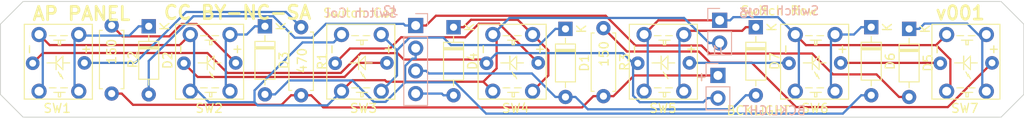
<source format=kicad_pcb>
(kicad_pcb (version 20171130) (host pcbnew "(5.1.5-0-10_14)")

  (general
    (thickness 1.6)
    (drawings 19)
    (tracks 208)
    (zones 0)
    (modules 20)
    (nets 23)
  )

  (page USLetter)
  (layers
    (0 F.Cu signal)
    (31 B.Cu signal)
    (32 B.Adhes user)
    (33 F.Adhes user)
    (34 B.Paste user)
    (35 F.Paste user)
    (36 B.SilkS user)
    (37 F.SilkS user)
    (38 B.Mask user)
    (39 F.Mask user)
    (40 Dwgs.User user)
    (41 Cmts.User user)
    (42 Eco1.User user)
    (43 Eco2.User user)
    (44 Edge.Cuts user)
    (45 Margin user)
    (46 B.CrtYd user)
    (47 F.CrtYd user)
    (48 B.Fab user)
    (49 F.Fab user)
  )

  (setup
    (last_trace_width 0.25)
    (trace_clearance 0.2)
    (zone_clearance 0.508)
    (zone_45_only no)
    (trace_min 0.2)
    (via_size 0.6)
    (via_drill 0.4)
    (via_min_size 0.4)
    (via_min_drill 0.3)
    (uvia_size 0.3)
    (uvia_drill 0.1)
    (uvias_allowed no)
    (uvia_min_size 0.2)
    (uvia_min_drill 0.1)
    (edge_width 0.15)
    (segment_width 0.2)
    (pcb_text_width 0.3)
    (pcb_text_size 1.5 1.5)
    (mod_edge_width 0.15)
    (mod_text_size 1 1)
    (mod_text_width 0.15)
    (pad_size 1.524 1.524)
    (pad_drill 0.762)
    (pad_to_mask_clearance 0.2)
    (aux_axis_origin 85.09 105.664)
    (visible_elements 7FFFFFFF)
    (pcbplotparams
      (layerselection 0x010fc_ffffffff)
      (usegerberextensions false)
      (usegerberattributes false)
      (usegerberadvancedattributes false)
      (creategerberjobfile false)
      (excludeedgelayer true)
      (linewidth 0.100000)
      (plotframeref false)
      (viasonmask false)
      (mode 1)
      (useauxorigin false)
      (hpglpennumber 1)
      (hpglpenspeed 20)
      (hpglpendiameter 15.000000)
      (psnegative false)
      (psa4output false)
      (plotreference true)
      (plotvalue true)
      (plotinvisibletext false)
      (padsonsilk false)
      (subtractmaskfromsilk false)
      (outputformat 1)
      (mirror false)
      (drillshape 0)
      (scaleselection 1)
      (outputdirectory "manufacturing/"))
  )

  (net 0 "")
  (net 1 "Net-(D1-Pad1)")
  (net 2 "Net-(D2-Pad1)")
  (net 3 "Net-(D3-Pad1)")
  (net 4 "Net-(D4-Pad1)")
  (net 5 "Net-(D5-Pad1)")
  (net 6 "Net-(D6-Pad1)")
  (net 7 "Net-(D7-Pad1)")
  (net 8 "Net-(R1-Pad1)")
  (net 9 "Net-(R2-Pad1)")
  (net 10 "Net-(R3-Pad1)")
  (net 11 "Net-(SW2-Pad6)")
  (net 12 /COL2)
  (net 13 /COL0)
  (net 14 /COL1)
  (net 15 /COL3)
  (net 16 /+BCKLGT)
  (net 17 /ROW1)
  (net 18 /ROW0)
  (net 19 /-BCKLGT)
  (net 20 "Net-(SW3-Pad6)")
  (net 21 "Net-(SW5-Pad5)")
  (net 22 "Net-(SW6-Pad5)")

  (net_class Default "This is the default net class."
    (clearance 0.2)
    (trace_width 0.25)
    (via_dia 0.6)
    (via_drill 0.4)
    (uvia_dia 0.3)
    (uvia_drill 0.1)
    (add_net /+BCKLGT)
    (add_net /-BCKLGT)
    (add_net /COL0)
    (add_net /COL1)
    (add_net /COL2)
    (add_net /COL3)
    (add_net /ROW0)
    (add_net /ROW1)
    (add_net "Net-(D1-Pad1)")
    (add_net "Net-(D2-Pad1)")
    (add_net "Net-(D3-Pad1)")
    (add_net "Net-(D4-Pad1)")
    (add_net "Net-(D5-Pad1)")
    (add_net "Net-(D6-Pad1)")
    (add_net "Net-(D7-Pad1)")
    (add_net "Net-(R1-Pad1)")
    (add_net "Net-(R2-Pad1)")
    (add_net "Net-(R3-Pad1)")
    (add_net "Net-(SW2-Pad6)")
    (add_net "Net-(SW3-Pad6)")
    (add_net "Net-(SW5-Pad5)")
    (add_net "Net-(SW6-Pad5)")
  )

  (module PT_Library_v001:D_Signal_P7.62mm_Horizontal (layer F.Cu) (tedit 5AE50CD5) (tstamp 5EE2EDB7)
    (at 169.65 95.57 270)
    (descr "Diode, DO-35_SOD27 series, Axial, Horizontal, pin pitch=7.62mm, , length*diameter=4*2mm^2, , http://www.diodes.com/_files/packages/DO-35.pdf")
    (tags "Diode DO-35_SOD27 series Axial Horizontal pin pitch 7.62mm  length 4mm diameter 2mm")
    (path /5EE369A9)
    (fp_text reference D7 (at 3.81 -2.12 90) (layer F.SilkS)
      (effects (font (size 1 1) (thickness 0.15)))
    )
    (fp_text value D (at 3.81 2.12 90) (layer F.Fab)
      (effects (font (size 1 1) (thickness 0.15)))
    )
    (fp_text user K (at 0 -1.8 90) (layer F.SilkS)
      (effects (font (size 1 1) (thickness 0.15)))
    )
    (fp_text user K (at 0 -1.8 90) (layer F.Fab)
      (effects (font (size 1 1) (thickness 0.15)))
    )
    (fp_text user %R (at 4.11 0 90) (layer F.Fab)
      (effects (font (size 0.8 0.8) (thickness 0.12)))
    )
    (fp_line (start 8.67 -1.25) (end -1.05 -1.25) (layer F.CrtYd) (width 0.05))
    (fp_line (start 8.67 1.25) (end 8.67 -1.25) (layer F.CrtYd) (width 0.05))
    (fp_line (start -1.05 1.25) (end 8.67 1.25) (layer F.CrtYd) (width 0.05))
    (fp_line (start -1.05 -1.25) (end -1.05 1.25) (layer F.CrtYd) (width 0.05))
    (fp_line (start 2.29 -1.12) (end 2.29 1.12) (layer F.SilkS) (width 0.12))
    (fp_line (start 2.53 -1.12) (end 2.53 1.12) (layer F.SilkS) (width 0.12))
    (fp_line (start 2.41 -1.12) (end 2.41 1.12) (layer F.SilkS) (width 0.12))
    (fp_line (start 6.58 0) (end 5.93 0) (layer F.SilkS) (width 0.12))
    (fp_line (start 1.04 0) (end 1.69 0) (layer F.SilkS) (width 0.12))
    (fp_line (start 5.93 -1.12) (end 1.69 -1.12) (layer F.SilkS) (width 0.12))
    (fp_line (start 5.93 1.12) (end 5.93 -1.12) (layer F.SilkS) (width 0.12))
    (fp_line (start 1.69 1.12) (end 5.93 1.12) (layer F.SilkS) (width 0.12))
    (fp_line (start 1.69 -1.12) (end 1.69 1.12) (layer F.SilkS) (width 0.12))
    (fp_line (start 2.31 -1) (end 2.31 1) (layer F.Fab) (width 0.1))
    (fp_line (start 2.51 -1) (end 2.51 1) (layer F.Fab) (width 0.1))
    (fp_line (start 2.41 -1) (end 2.41 1) (layer F.Fab) (width 0.1))
    (fp_line (start 7.62 0) (end 5.81 0) (layer F.Fab) (width 0.1))
    (fp_line (start 0 0) (end 1.81 0) (layer F.Fab) (width 0.1))
    (fp_line (start 5.81 -1) (end 1.81 -1) (layer F.Fab) (width 0.1))
    (fp_line (start 5.81 1) (end 5.81 -1) (layer F.Fab) (width 0.1))
    (fp_line (start 1.81 1) (end 5.81 1) (layer F.Fab) (width 0.1))
    (fp_line (start 1.81 -1) (end 1.81 1) (layer F.Fab) (width 0.1))
    (pad 2 thru_hole oval (at 7.62 0 270) (size 1.6 1.6) (drill 0.8) (layers *.Cu *.Mask)
      (net 12 /COL2))
    (pad 1 thru_hole rect (at 0 0 270) (size 1.6 1.6) (drill 0.8) (layers *.Cu *.Mask)
      (net 7 "Net-(D7-Pad1)"))
    (model ${KISYS3DMOD}/Diode_THT.3dshapes/D_DO-35_SOD27_P7.62mm_Horizontal.wrl
      (at (xyz 0 0 0))
      (scale (xyz 1 1 1))
      (rotate (xyz 0 0 0))
    )
  )

  (module PT_Library_v001:D_Signal_P7.62mm_Horizontal (layer F.Cu) (tedit 5AE50CD5) (tstamp 5EE2ED98)
    (at 182.57 95.57 270)
    (descr "Diode, DO-35_SOD27 series, Axial, Horizontal, pin pitch=7.62mm, , length*diameter=4*2mm^2, , http://www.diodes.com/_files/packages/DO-35.pdf")
    (tags "Diode DO-35_SOD27 series Axial Horizontal pin pitch 7.62mm  length 4mm diameter 2mm")
    (path /5EE36405)
    (fp_text reference D6 (at 3.81 -2.12 90) (layer F.SilkS)
      (effects (font (size 1 1) (thickness 0.15)))
    )
    (fp_text value D (at 3.81 2.12 90) (layer F.Fab)
      (effects (font (size 1 1) (thickness 0.15)))
    )
    (fp_text user K (at 0 -1.8 90) (layer F.SilkS)
      (effects (font (size 1 1) (thickness 0.15)))
    )
    (fp_text user K (at 0 -1.8 90) (layer F.Fab)
      (effects (font (size 1 1) (thickness 0.15)))
    )
    (fp_text user %R (at 4.11 0 90) (layer F.Fab)
      (effects (font (size 0.8 0.8) (thickness 0.12)))
    )
    (fp_line (start 8.67 -1.25) (end -1.05 -1.25) (layer F.CrtYd) (width 0.05))
    (fp_line (start 8.67 1.25) (end 8.67 -1.25) (layer F.CrtYd) (width 0.05))
    (fp_line (start -1.05 1.25) (end 8.67 1.25) (layer F.CrtYd) (width 0.05))
    (fp_line (start -1.05 -1.25) (end -1.05 1.25) (layer F.CrtYd) (width 0.05))
    (fp_line (start 2.29 -1.12) (end 2.29 1.12) (layer F.SilkS) (width 0.12))
    (fp_line (start 2.53 -1.12) (end 2.53 1.12) (layer F.SilkS) (width 0.12))
    (fp_line (start 2.41 -1.12) (end 2.41 1.12) (layer F.SilkS) (width 0.12))
    (fp_line (start 6.58 0) (end 5.93 0) (layer F.SilkS) (width 0.12))
    (fp_line (start 1.04 0) (end 1.69 0) (layer F.SilkS) (width 0.12))
    (fp_line (start 5.93 -1.12) (end 1.69 -1.12) (layer F.SilkS) (width 0.12))
    (fp_line (start 5.93 1.12) (end 5.93 -1.12) (layer F.SilkS) (width 0.12))
    (fp_line (start 1.69 1.12) (end 5.93 1.12) (layer F.SilkS) (width 0.12))
    (fp_line (start 1.69 -1.12) (end 1.69 1.12) (layer F.SilkS) (width 0.12))
    (fp_line (start 2.31 -1) (end 2.31 1) (layer F.Fab) (width 0.1))
    (fp_line (start 2.51 -1) (end 2.51 1) (layer F.Fab) (width 0.1))
    (fp_line (start 2.41 -1) (end 2.41 1) (layer F.Fab) (width 0.1))
    (fp_line (start 7.62 0) (end 5.81 0) (layer F.Fab) (width 0.1))
    (fp_line (start 0 0) (end 1.81 0) (layer F.Fab) (width 0.1))
    (fp_line (start 5.81 -1) (end 1.81 -1) (layer F.Fab) (width 0.1))
    (fp_line (start 5.81 1) (end 5.81 -1) (layer F.Fab) (width 0.1))
    (fp_line (start 1.81 1) (end 5.81 1) (layer F.Fab) (width 0.1))
    (fp_line (start 1.81 -1) (end 1.81 1) (layer F.Fab) (width 0.1))
    (pad 2 thru_hole oval (at 7.62 0 270) (size 1.6 1.6) (drill 0.8) (layers *.Cu *.Mask)
      (net 14 /COL1))
    (pad 1 thru_hole rect (at 0 0 270) (size 1.6 1.6) (drill 0.8) (layers *.Cu *.Mask)
      (net 6 "Net-(D6-Pad1)"))
    (model ${KISYS3DMOD}/Diode_THT.3dshapes/D_DO-35_SOD27_P7.62mm_Horizontal.wrl
      (at (xyz 0 0 0))
      (scale (xyz 1 1 1))
      (rotate (xyz 0 0 0))
    )
  )

  (module PT_Library_v001:D_Signal_P7.62mm_Horizontal (layer F.Cu) (tedit 5AE50CD5) (tstamp 5EE2ED79)
    (at 186.81 95.76 270)
    (descr "Diode, DO-35_SOD27 series, Axial, Horizontal, pin pitch=7.62mm, , length*diameter=4*2mm^2, , http://www.diodes.com/_files/packages/DO-35.pdf")
    (tags "Diode DO-35_SOD27 series Axial Horizontal pin pitch 7.62mm  length 4mm diameter 2mm")
    (path /5EE35CAE)
    (fp_text reference D5 (at 3.81 -2.12 90) (layer F.SilkS)
      (effects (font (size 1 1) (thickness 0.15)))
    )
    (fp_text value D (at 3.81 2.12 90) (layer F.Fab)
      (effects (font (size 1 1) (thickness 0.15)))
    )
    (fp_text user K (at 0 -1.8 90) (layer F.SilkS)
      (effects (font (size 1 1) (thickness 0.15)))
    )
    (fp_text user K (at 0 -1.8 90) (layer F.Fab)
      (effects (font (size 1 1) (thickness 0.15)))
    )
    (fp_text user %R (at 4.11 0 90) (layer F.Fab)
      (effects (font (size 0.8 0.8) (thickness 0.12)))
    )
    (fp_line (start 8.67 -1.25) (end -1.05 -1.25) (layer F.CrtYd) (width 0.05))
    (fp_line (start 8.67 1.25) (end 8.67 -1.25) (layer F.CrtYd) (width 0.05))
    (fp_line (start -1.05 1.25) (end 8.67 1.25) (layer F.CrtYd) (width 0.05))
    (fp_line (start -1.05 -1.25) (end -1.05 1.25) (layer F.CrtYd) (width 0.05))
    (fp_line (start 2.29 -1.12) (end 2.29 1.12) (layer F.SilkS) (width 0.12))
    (fp_line (start 2.53 -1.12) (end 2.53 1.12) (layer F.SilkS) (width 0.12))
    (fp_line (start 2.41 -1.12) (end 2.41 1.12) (layer F.SilkS) (width 0.12))
    (fp_line (start 6.58 0) (end 5.93 0) (layer F.SilkS) (width 0.12))
    (fp_line (start 1.04 0) (end 1.69 0) (layer F.SilkS) (width 0.12))
    (fp_line (start 5.93 -1.12) (end 1.69 -1.12) (layer F.SilkS) (width 0.12))
    (fp_line (start 5.93 1.12) (end 5.93 -1.12) (layer F.SilkS) (width 0.12))
    (fp_line (start 1.69 1.12) (end 5.93 1.12) (layer F.SilkS) (width 0.12))
    (fp_line (start 1.69 -1.12) (end 1.69 1.12) (layer F.SilkS) (width 0.12))
    (fp_line (start 2.31 -1) (end 2.31 1) (layer F.Fab) (width 0.1))
    (fp_line (start 2.51 -1) (end 2.51 1) (layer F.Fab) (width 0.1))
    (fp_line (start 2.41 -1) (end 2.41 1) (layer F.Fab) (width 0.1))
    (fp_line (start 7.62 0) (end 5.81 0) (layer F.Fab) (width 0.1))
    (fp_line (start 0 0) (end 1.81 0) (layer F.Fab) (width 0.1))
    (fp_line (start 5.81 -1) (end 1.81 -1) (layer F.Fab) (width 0.1))
    (fp_line (start 5.81 1) (end 5.81 -1) (layer F.Fab) (width 0.1))
    (fp_line (start 1.81 1) (end 5.81 1) (layer F.Fab) (width 0.1))
    (fp_line (start 1.81 -1) (end 1.81 1) (layer F.Fab) (width 0.1))
    (pad 2 thru_hole oval (at 7.62 0 270) (size 1.6 1.6) (drill 0.8) (layers *.Cu *.Mask)
      (net 13 /COL0))
    (pad 1 thru_hole rect (at 0 0 270) (size 1.6 1.6) (drill 0.8) (layers *.Cu *.Mask)
      (net 5 "Net-(D5-Pad1)"))
    (model ${KISYS3DMOD}/Diode_THT.3dshapes/D_DO-35_SOD27_P7.62mm_Horizontal.wrl
      (at (xyz 0 0 0))
      (scale (xyz 1 1 1))
      (rotate (xyz 0 0 0))
    )
  )

  (module PT_Library_v001:D_Signal_P7.62mm_Horizontal (layer F.Cu) (tedit 5AE50CD5) (tstamp 5EE2ED5A)
    (at 135.81 95.57 270)
    (descr "Diode, DO-35_SOD27 series, Axial, Horizontal, pin pitch=7.62mm, , length*diameter=4*2mm^2, , http://www.diodes.com/_files/packages/DO-35.pdf")
    (tags "Diode DO-35_SOD27 series Axial Horizontal pin pitch 7.62mm  length 4mm diameter 2mm")
    (path /5EE353CA)
    (fp_text reference D4 (at 3.81 -2.12 90) (layer F.SilkS)
      (effects (font (size 1 1) (thickness 0.15)))
    )
    (fp_text value D (at 3.81 2.12 90) (layer F.Fab)
      (effects (font (size 1 1) (thickness 0.15)))
    )
    (fp_text user K (at 0 -1.8 90) (layer F.SilkS)
      (effects (font (size 1 1) (thickness 0.15)))
    )
    (fp_text user K (at 0 -1.8 90) (layer F.Fab)
      (effects (font (size 1 1) (thickness 0.15)))
    )
    (fp_text user %R (at 4.11 0 90) (layer F.Fab)
      (effects (font (size 0.8 0.8) (thickness 0.12)))
    )
    (fp_line (start 8.67 -1.25) (end -1.05 -1.25) (layer F.CrtYd) (width 0.05))
    (fp_line (start 8.67 1.25) (end 8.67 -1.25) (layer F.CrtYd) (width 0.05))
    (fp_line (start -1.05 1.25) (end 8.67 1.25) (layer F.CrtYd) (width 0.05))
    (fp_line (start -1.05 -1.25) (end -1.05 1.25) (layer F.CrtYd) (width 0.05))
    (fp_line (start 2.29 -1.12) (end 2.29 1.12) (layer F.SilkS) (width 0.12))
    (fp_line (start 2.53 -1.12) (end 2.53 1.12) (layer F.SilkS) (width 0.12))
    (fp_line (start 2.41 -1.12) (end 2.41 1.12) (layer F.SilkS) (width 0.12))
    (fp_line (start 6.58 0) (end 5.93 0) (layer F.SilkS) (width 0.12))
    (fp_line (start 1.04 0) (end 1.69 0) (layer F.SilkS) (width 0.12))
    (fp_line (start 5.93 -1.12) (end 1.69 -1.12) (layer F.SilkS) (width 0.12))
    (fp_line (start 5.93 1.12) (end 5.93 -1.12) (layer F.SilkS) (width 0.12))
    (fp_line (start 1.69 1.12) (end 5.93 1.12) (layer F.SilkS) (width 0.12))
    (fp_line (start 1.69 -1.12) (end 1.69 1.12) (layer F.SilkS) (width 0.12))
    (fp_line (start 2.31 -1) (end 2.31 1) (layer F.Fab) (width 0.1))
    (fp_line (start 2.51 -1) (end 2.51 1) (layer F.Fab) (width 0.1))
    (fp_line (start 2.41 -1) (end 2.41 1) (layer F.Fab) (width 0.1))
    (fp_line (start 7.62 0) (end 5.81 0) (layer F.Fab) (width 0.1))
    (fp_line (start 0 0) (end 1.81 0) (layer F.Fab) (width 0.1))
    (fp_line (start 5.81 -1) (end 1.81 -1) (layer F.Fab) (width 0.1))
    (fp_line (start 5.81 1) (end 5.81 -1) (layer F.Fab) (width 0.1))
    (fp_line (start 1.81 1) (end 5.81 1) (layer F.Fab) (width 0.1))
    (fp_line (start 1.81 -1) (end 1.81 1) (layer F.Fab) (width 0.1))
    (pad 2 thru_hole oval (at 7.62 0 270) (size 1.6 1.6) (drill 0.8) (layers *.Cu *.Mask)
      (net 15 /COL3))
    (pad 1 thru_hole rect (at 0 0 270) (size 1.6 1.6) (drill 0.8) (layers *.Cu *.Mask)
      (net 4 "Net-(D4-Pad1)"))
    (model ${KISYS3DMOD}/Diode_THT.3dshapes/D_DO-35_SOD27_P7.62mm_Horizontal.wrl
      (at (xyz 0 0 0))
      (scale (xyz 1 1 1))
      (rotate (xyz 0 0 0))
    )
  )

  (module PT_Library_v001:D_Signal_P7.62mm_Horizontal (layer F.Cu) (tedit 5AE50CD5) (tstamp 5EE2ED3B)
    (at 114.7 95.47 270)
    (descr "Diode, DO-35_SOD27 series, Axial, Horizontal, pin pitch=7.62mm, , length*diameter=4*2mm^2, , http://www.diodes.com/_files/packages/DO-35.pdf")
    (tags "Diode DO-35_SOD27 series Axial Horizontal pin pitch 7.62mm  length 4mm diameter 2mm")
    (path /5EE33E4E)
    (fp_text reference D3 (at 3.81 -2.12 90) (layer F.SilkS)
      (effects (font (size 1 1) (thickness 0.15)))
    )
    (fp_text value D (at 3.81 2.12 90) (layer F.Fab)
      (effects (font (size 1 1) (thickness 0.15)))
    )
    (fp_text user K (at 0 -1.8 90) (layer F.SilkS)
      (effects (font (size 1 1) (thickness 0.15)))
    )
    (fp_text user K (at 0 -1.8 90) (layer F.Fab)
      (effects (font (size 1 1) (thickness 0.15)))
    )
    (fp_text user %R (at 4.11 0 90) (layer F.Fab)
      (effects (font (size 0.8 0.8) (thickness 0.12)))
    )
    (fp_line (start 8.67 -1.25) (end -1.05 -1.25) (layer F.CrtYd) (width 0.05))
    (fp_line (start 8.67 1.25) (end 8.67 -1.25) (layer F.CrtYd) (width 0.05))
    (fp_line (start -1.05 1.25) (end 8.67 1.25) (layer F.CrtYd) (width 0.05))
    (fp_line (start -1.05 -1.25) (end -1.05 1.25) (layer F.CrtYd) (width 0.05))
    (fp_line (start 2.29 -1.12) (end 2.29 1.12) (layer F.SilkS) (width 0.12))
    (fp_line (start 2.53 -1.12) (end 2.53 1.12) (layer F.SilkS) (width 0.12))
    (fp_line (start 2.41 -1.12) (end 2.41 1.12) (layer F.SilkS) (width 0.12))
    (fp_line (start 6.58 0) (end 5.93 0) (layer F.SilkS) (width 0.12))
    (fp_line (start 1.04 0) (end 1.69 0) (layer F.SilkS) (width 0.12))
    (fp_line (start 5.93 -1.12) (end 1.69 -1.12) (layer F.SilkS) (width 0.12))
    (fp_line (start 5.93 1.12) (end 5.93 -1.12) (layer F.SilkS) (width 0.12))
    (fp_line (start 1.69 1.12) (end 5.93 1.12) (layer F.SilkS) (width 0.12))
    (fp_line (start 1.69 -1.12) (end 1.69 1.12) (layer F.SilkS) (width 0.12))
    (fp_line (start 2.31 -1) (end 2.31 1) (layer F.Fab) (width 0.1))
    (fp_line (start 2.51 -1) (end 2.51 1) (layer F.Fab) (width 0.1))
    (fp_line (start 2.41 -1) (end 2.41 1) (layer F.Fab) (width 0.1))
    (fp_line (start 7.62 0) (end 5.81 0) (layer F.Fab) (width 0.1))
    (fp_line (start 0 0) (end 1.81 0) (layer F.Fab) (width 0.1))
    (fp_line (start 5.81 -1) (end 1.81 -1) (layer F.Fab) (width 0.1))
    (fp_line (start 5.81 1) (end 5.81 -1) (layer F.Fab) (width 0.1))
    (fp_line (start 1.81 1) (end 5.81 1) (layer F.Fab) (width 0.1))
    (fp_line (start 1.81 -1) (end 1.81 1) (layer F.Fab) (width 0.1))
    (pad 2 thru_hole oval (at 7.62 0 270) (size 1.6 1.6) (drill 0.8) (layers *.Cu *.Mask)
      (net 14 /COL1))
    (pad 1 thru_hole rect (at 0 0 270) (size 1.6 1.6) (drill 0.8) (layers *.Cu *.Mask)
      (net 3 "Net-(D3-Pad1)"))
    (model ${KISYS3DMOD}/Diode_THT.3dshapes/D_DO-35_SOD27_P7.62mm_Horizontal.wrl
      (at (xyz 0 0 0))
      (scale (xyz 1 1 1))
      (rotate (xyz 0 0 0))
    )
  )

  (module PT_Library_v001:D_Signal_P7.62mm_Horizontal (layer F.Cu) (tedit 5AE50CD5) (tstamp 5EE2ED1C)
    (at 101.69 95.47 270)
    (descr "Diode, DO-35_SOD27 series, Axial, Horizontal, pin pitch=7.62mm, , length*diameter=4*2mm^2, , http://www.diodes.com/_files/packages/DO-35.pdf")
    (tags "Diode DO-35_SOD27 series Axial Horizontal pin pitch 7.62mm  length 4mm diameter 2mm")
    (path /5EE2DB5A)
    (fp_text reference D2 (at 3.81 -2.12 90) (layer F.SilkS)
      (effects (font (size 1 1) (thickness 0.15)))
    )
    (fp_text value D (at 3.81 2.12 90) (layer F.Fab)
      (effects (font (size 1 1) (thickness 0.15)))
    )
    (fp_text user K (at 0 -1.8 90) (layer F.SilkS)
      (effects (font (size 1 1) (thickness 0.15)))
    )
    (fp_text user K (at 0 -1.8 90) (layer F.Fab)
      (effects (font (size 1 1) (thickness 0.15)))
    )
    (fp_text user %R (at 4.11 0 90) (layer F.Fab)
      (effects (font (size 0.8 0.8) (thickness 0.12)))
    )
    (fp_line (start 8.67 -1.25) (end -1.05 -1.25) (layer F.CrtYd) (width 0.05))
    (fp_line (start 8.67 1.25) (end 8.67 -1.25) (layer F.CrtYd) (width 0.05))
    (fp_line (start -1.05 1.25) (end 8.67 1.25) (layer F.CrtYd) (width 0.05))
    (fp_line (start -1.05 -1.25) (end -1.05 1.25) (layer F.CrtYd) (width 0.05))
    (fp_line (start 2.29 -1.12) (end 2.29 1.12) (layer F.SilkS) (width 0.12))
    (fp_line (start 2.53 -1.12) (end 2.53 1.12) (layer F.SilkS) (width 0.12))
    (fp_line (start 2.41 -1.12) (end 2.41 1.12) (layer F.SilkS) (width 0.12))
    (fp_line (start 6.58 0) (end 5.93 0) (layer F.SilkS) (width 0.12))
    (fp_line (start 1.04 0) (end 1.69 0) (layer F.SilkS) (width 0.12))
    (fp_line (start 5.93 -1.12) (end 1.69 -1.12) (layer F.SilkS) (width 0.12))
    (fp_line (start 5.93 1.12) (end 5.93 -1.12) (layer F.SilkS) (width 0.12))
    (fp_line (start 1.69 1.12) (end 5.93 1.12) (layer F.SilkS) (width 0.12))
    (fp_line (start 1.69 -1.12) (end 1.69 1.12) (layer F.SilkS) (width 0.12))
    (fp_line (start 2.31 -1) (end 2.31 1) (layer F.Fab) (width 0.1))
    (fp_line (start 2.51 -1) (end 2.51 1) (layer F.Fab) (width 0.1))
    (fp_line (start 2.41 -1) (end 2.41 1) (layer F.Fab) (width 0.1))
    (fp_line (start 7.62 0) (end 5.81 0) (layer F.Fab) (width 0.1))
    (fp_line (start 0 0) (end 1.81 0) (layer F.Fab) (width 0.1))
    (fp_line (start 5.81 -1) (end 1.81 -1) (layer F.Fab) (width 0.1))
    (fp_line (start 5.81 1) (end 5.81 -1) (layer F.Fab) (width 0.1))
    (fp_line (start 1.81 1) (end 5.81 1) (layer F.Fab) (width 0.1))
    (fp_line (start 1.81 -1) (end 1.81 1) (layer F.Fab) (width 0.1))
    (pad 2 thru_hole oval (at 7.62 0 270) (size 1.6 1.6) (drill 0.8) (layers *.Cu *.Mask)
      (net 13 /COL0))
    (pad 1 thru_hole rect (at 0 0 270) (size 1.6 1.6) (drill 0.8) (layers *.Cu *.Mask)
      (net 2 "Net-(D2-Pad1)"))
    (model ${KISYS3DMOD}/Diode_THT.3dshapes/D_DO-35_SOD27_P7.62mm_Horizontal.wrl
      (at (xyz 0 0 0))
      (scale (xyz 1 1 1))
      (rotate (xyz 0 0 0))
    )
  )

  (module PT_Library_v001:D_Signal_P7.62mm_Horizontal (layer F.Cu) (tedit 5AE50CD5) (tstamp 5EE2ECFD)
    (at 148.34 95.76 270)
    (descr "Diode, DO-35_SOD27 series, Axial, Horizontal, pin pitch=7.62mm, , length*diameter=4*2mm^2, , http://www.diodes.com/_files/packages/DO-35.pdf")
    (tags "Diode DO-35_SOD27 series Axial Horizontal pin pitch 7.62mm  length 4mm diameter 2mm")
    (path /5EE34D52)
    (fp_text reference D1 (at 3.81 -2.12 90) (layer F.SilkS)
      (effects (font (size 1 1) (thickness 0.15)))
    )
    (fp_text value D (at 3.81 2.12 90) (layer F.Fab)
      (effects (font (size 1 1) (thickness 0.15)))
    )
    (fp_text user K (at 0 -1.8 90) (layer F.SilkS)
      (effects (font (size 1 1) (thickness 0.15)))
    )
    (fp_text user K (at 0 -1.8 90) (layer F.Fab)
      (effects (font (size 1 1) (thickness 0.15)))
    )
    (fp_text user %R (at 4.11 0 90) (layer F.Fab)
      (effects (font (size 0.8 0.8) (thickness 0.12)))
    )
    (fp_line (start 8.67 -1.25) (end -1.05 -1.25) (layer F.CrtYd) (width 0.05))
    (fp_line (start 8.67 1.25) (end 8.67 -1.25) (layer F.CrtYd) (width 0.05))
    (fp_line (start -1.05 1.25) (end 8.67 1.25) (layer F.CrtYd) (width 0.05))
    (fp_line (start -1.05 -1.25) (end -1.05 1.25) (layer F.CrtYd) (width 0.05))
    (fp_line (start 2.29 -1.12) (end 2.29 1.12) (layer F.SilkS) (width 0.12))
    (fp_line (start 2.53 -1.12) (end 2.53 1.12) (layer F.SilkS) (width 0.12))
    (fp_line (start 2.41 -1.12) (end 2.41 1.12) (layer F.SilkS) (width 0.12))
    (fp_line (start 6.58 0) (end 5.93 0) (layer F.SilkS) (width 0.12))
    (fp_line (start 1.04 0) (end 1.69 0) (layer F.SilkS) (width 0.12))
    (fp_line (start 5.93 -1.12) (end 1.69 -1.12) (layer F.SilkS) (width 0.12))
    (fp_line (start 5.93 1.12) (end 5.93 -1.12) (layer F.SilkS) (width 0.12))
    (fp_line (start 1.69 1.12) (end 5.93 1.12) (layer F.SilkS) (width 0.12))
    (fp_line (start 1.69 -1.12) (end 1.69 1.12) (layer F.SilkS) (width 0.12))
    (fp_line (start 2.31 -1) (end 2.31 1) (layer F.Fab) (width 0.1))
    (fp_line (start 2.51 -1) (end 2.51 1) (layer F.Fab) (width 0.1))
    (fp_line (start 2.41 -1) (end 2.41 1) (layer F.Fab) (width 0.1))
    (fp_line (start 7.62 0) (end 5.81 0) (layer F.Fab) (width 0.1))
    (fp_line (start 0 0) (end 1.81 0) (layer F.Fab) (width 0.1))
    (fp_line (start 5.81 -1) (end 1.81 -1) (layer F.Fab) (width 0.1))
    (fp_line (start 5.81 1) (end 5.81 -1) (layer F.Fab) (width 0.1))
    (fp_line (start 1.81 1) (end 5.81 1) (layer F.Fab) (width 0.1))
    (fp_line (start 1.81 -1) (end 1.81 1) (layer F.Fab) (width 0.1))
    (pad 2 thru_hole oval (at 7.62 0 270) (size 1.6 1.6) (drill 0.8) (layers *.Cu *.Mask)
      (net 12 /COL2))
    (pad 1 thru_hole rect (at 0 0 270) (size 1.6 1.6) (drill 0.8) (layers *.Cu *.Mask)
      (net 1 "Net-(D1-Pad1)"))
    (model ${KISYS3DMOD}/Diode_THT.3dshapes/D_DO-35_SOD27_P7.62mm_Horizontal.wrl
      (at (xyz 0 0 0))
      (scale (xyz 1 1 1))
      (rotate (xyz 0 0 0))
    )
  )

  (module Resistor_THT:R_Axial_DIN0207_L6.3mm_D2.5mm_P7.62mm_Horizontal (layer F.Cu) (tedit 5AE5139B) (tstamp 5EE2FA87)
    (at 152.59 95.67 270)
    (descr "Resistor, Axial_DIN0207 series, Axial, Horizontal, pin pitch=7.62mm, 0.25W = 1/4W, length*diameter=6.3*2.5mm^2, http://cdn-reichelt.de/documents/datenblatt/B400/1_4W%23YAG.pdf")
    (tags "Resistor Axial_DIN0207 series Axial Horizontal pin pitch 7.62mm 0.25W = 1/4W length 6.3mm diameter 2.5mm")
    (path /5EE959BF)
    (fp_text reference R3 (at 3.81 -2.37 90) (layer F.SilkS)
      (effects (font (size 1 1) (thickness 0.15)))
    )
    (fp_text value 150 (at 2.882 -0.064 90) (layer F.SilkS)
      (effects (font (size 1 1) (thickness 0.15)))
    )
    (fp_text user %R (at 5.676 0 90) (layer F.Fab)
      (effects (font (size 1 1) (thickness 0.15)))
    )
    (fp_line (start 8.67 -1.5) (end -1.05 -1.5) (layer F.CrtYd) (width 0.05))
    (fp_line (start 8.67 1.5) (end 8.67 -1.5) (layer F.CrtYd) (width 0.05))
    (fp_line (start -1.05 1.5) (end 8.67 1.5) (layer F.CrtYd) (width 0.05))
    (fp_line (start -1.05 -1.5) (end -1.05 1.5) (layer F.CrtYd) (width 0.05))
    (fp_line (start 7.08 1.37) (end 7.08 1.04) (layer F.SilkS) (width 0.12))
    (fp_line (start 0.54 1.37) (end 7.08 1.37) (layer F.SilkS) (width 0.12))
    (fp_line (start 0.54 1.04) (end 0.54 1.37) (layer F.SilkS) (width 0.12))
    (fp_line (start 7.08 -1.37) (end 7.08 -1.04) (layer F.SilkS) (width 0.12))
    (fp_line (start 0.54 -1.37) (end 7.08 -1.37) (layer F.SilkS) (width 0.12))
    (fp_line (start 0.54 -1.04) (end 0.54 -1.37) (layer F.SilkS) (width 0.12))
    (fp_line (start 7.62 0) (end 6.96 0) (layer F.Fab) (width 0.1))
    (fp_line (start 0 0) (end 0.66 0) (layer F.Fab) (width 0.1))
    (fp_line (start 6.96 -1.25) (end 0.66 -1.25) (layer F.Fab) (width 0.1))
    (fp_line (start 6.96 1.25) (end 6.96 -1.25) (layer F.Fab) (width 0.1))
    (fp_line (start 0.66 1.25) (end 6.96 1.25) (layer F.Fab) (width 0.1))
    (fp_line (start 0.66 -1.25) (end 0.66 1.25) (layer F.Fab) (width 0.1))
    (pad 2 thru_hole oval (at 7.62 0 270) (size 1.6 1.6) (drill 0.8) (layers *.Cu *.Mask)
      (net 16 /+BCKLGT))
    (pad 1 thru_hole circle (at 0 0 270) (size 1.6 1.6) (drill 0.8) (layers *.Cu *.Mask)
      (net 10 "Net-(R3-Pad1)"))
    (model ${KISYS3DMOD}/Resistor_THT.3dshapes/R_Axial_DIN0207_L6.3mm_D2.5mm_P7.62mm_Horizontal.wrl
      (at (xyz 0 0 0))
      (scale (xyz 1 1 1))
      (rotate (xyz 0 0 0))
    )
  )

  (module Resistor_THT:R_Axial_DIN0207_L6.3mm_D2.5mm_P7.62mm_Horizontal (layer F.Cu) (tedit 5AE5139B) (tstamp 5EE2FA70)
    (at 97.54 95.38 270)
    (descr "Resistor, Axial_DIN0207 series, Axial, Horizontal, pin pitch=7.62mm, 0.25W = 1/4W, length*diameter=6.3*2.5mm^2, http://cdn-reichelt.de/documents/datenblatt/B400/1_4W%23YAG.pdf")
    (tags "Resistor Axial_DIN0207 series Axial Horizontal pin pitch 7.62mm 0.25W = 1/4W length 6.3mm diameter 2.5mm")
    (path /5EE962BE)
    (fp_text reference R2 (at 3.81 -2.37 90) (layer F.SilkS)
      (effects (font (size 1 1) (thickness 0.15)))
    )
    (fp_text value 150 (at 2.918 0.004 90) (layer F.SilkS)
      (effects (font (size 1 1) (thickness 0.15)))
    )
    (fp_text user %R (at 5.458 0 90) (layer F.Fab)
      (effects (font (size 1 1) (thickness 0.15)))
    )
    (fp_line (start 8.67 -1.5) (end -1.05 -1.5) (layer F.CrtYd) (width 0.05))
    (fp_line (start 8.67 1.5) (end 8.67 -1.5) (layer F.CrtYd) (width 0.05))
    (fp_line (start -1.05 1.5) (end 8.67 1.5) (layer F.CrtYd) (width 0.05))
    (fp_line (start -1.05 -1.5) (end -1.05 1.5) (layer F.CrtYd) (width 0.05))
    (fp_line (start 7.08 1.37) (end 7.08 1.04) (layer F.SilkS) (width 0.12))
    (fp_line (start 0.54 1.37) (end 7.08 1.37) (layer F.SilkS) (width 0.12))
    (fp_line (start 0.54 1.04) (end 0.54 1.37) (layer F.SilkS) (width 0.12))
    (fp_line (start 7.08 -1.37) (end 7.08 -1.04) (layer F.SilkS) (width 0.12))
    (fp_line (start 0.54 -1.37) (end 7.08 -1.37) (layer F.SilkS) (width 0.12))
    (fp_line (start 0.54 -1.04) (end 0.54 -1.37) (layer F.SilkS) (width 0.12))
    (fp_line (start 7.62 0) (end 6.96 0) (layer F.Fab) (width 0.1))
    (fp_line (start 0 0) (end 0.66 0) (layer F.Fab) (width 0.1))
    (fp_line (start 6.96 -1.25) (end 0.66 -1.25) (layer F.Fab) (width 0.1))
    (fp_line (start 6.96 1.25) (end 6.96 -1.25) (layer F.Fab) (width 0.1))
    (fp_line (start 0.66 1.25) (end 6.96 1.25) (layer F.Fab) (width 0.1))
    (fp_line (start 0.66 -1.25) (end 0.66 1.25) (layer F.Fab) (width 0.1))
    (pad 2 thru_hole oval (at 7.62 0 270) (size 1.6 1.6) (drill 0.8) (layers *.Cu *.Mask)
      (net 16 /+BCKLGT))
    (pad 1 thru_hole circle (at 0 0 270) (size 1.6 1.6) (drill 0.8) (layers *.Cu *.Mask)
      (net 9 "Net-(R2-Pad1)"))
    (model ${KISYS3DMOD}/Resistor_THT.3dshapes/R_Axial_DIN0207_L6.3mm_D2.5mm_P7.62mm_Horizontal.wrl
      (at (xyz 0 0 0))
      (scale (xyz 1 1 1))
      (rotate (xyz 0 0 0))
    )
  )

  (module Resistor_THT:R_Axial_DIN0207_L6.3mm_D2.5mm_P7.62mm_Horizontal (layer F.Cu) (tedit 5AE5139B) (tstamp 5EEEB4D0)
    (at 118.75 95.57 270)
    (descr "Resistor, Axial_DIN0207 series, Axial, Horizontal, pin pitch=7.62mm, 0.25W = 1/4W, length*diameter=6.3*2.5mm^2, http://cdn-reichelt.de/documents/datenblatt/B400/1_4W%23YAG.pdf")
    (tags "Resistor Axial_DIN0207 series Axial Horizontal pin pitch 7.62mm 0.25W = 1/4W length 6.3mm diameter 2.5mm")
    (path /5EE978B2)
    (fp_text reference R1 (at 3.81 -2.37 90) (layer F.SilkS)
      (effects (font (size 1 1) (thickness 0.15)))
    )
    (fp_text value 470 (at 3.744 -0.122 90) (layer F.SilkS)
      (effects (font (size 1 1) (thickness 0.15)))
    )
    (fp_text user %R (at 3.81 0 90) (layer F.Fab)
      (effects (font (size 1 1) (thickness 0.15)))
    )
    (fp_line (start 8.67 -1.5) (end -1.05 -1.5) (layer F.CrtYd) (width 0.05))
    (fp_line (start 8.67 1.5) (end 8.67 -1.5) (layer F.CrtYd) (width 0.05))
    (fp_line (start -1.05 1.5) (end 8.67 1.5) (layer F.CrtYd) (width 0.05))
    (fp_line (start -1.05 -1.5) (end -1.05 1.5) (layer F.CrtYd) (width 0.05))
    (fp_line (start 7.08 1.37) (end 7.08 1.04) (layer F.SilkS) (width 0.12))
    (fp_line (start 0.54 1.37) (end 7.08 1.37) (layer F.SilkS) (width 0.12))
    (fp_line (start 0.54 1.04) (end 0.54 1.37) (layer F.SilkS) (width 0.12))
    (fp_line (start 7.08 -1.37) (end 7.08 -1.04) (layer F.SilkS) (width 0.12))
    (fp_line (start 0.54 -1.37) (end 7.08 -1.37) (layer F.SilkS) (width 0.12))
    (fp_line (start 0.54 -1.04) (end 0.54 -1.37) (layer F.SilkS) (width 0.12))
    (fp_line (start 7.62 0) (end 6.96 0) (layer F.Fab) (width 0.1))
    (fp_line (start 0 0) (end 0.66 0) (layer F.Fab) (width 0.1))
    (fp_line (start 6.96 -1.25) (end 0.66 -1.25) (layer F.Fab) (width 0.1))
    (fp_line (start 6.96 1.25) (end 6.96 -1.25) (layer F.Fab) (width 0.1))
    (fp_line (start 0.66 1.25) (end 6.96 1.25) (layer F.Fab) (width 0.1))
    (fp_line (start 0.66 -1.25) (end 0.66 1.25) (layer F.Fab) (width 0.1))
    (pad 2 thru_hole oval (at 7.62 0 270) (size 1.6 1.6) (drill 0.8) (layers *.Cu *.Mask)
      (net 16 /+BCKLGT))
    (pad 1 thru_hole circle (at 0 0 270) (size 1.6 1.6) (drill 0.8) (layers *.Cu *.Mask)
      (net 8 "Net-(R1-Pad1)"))
    (model ${KISYS3DMOD}/Resistor_THT.3dshapes/R_Axial_DIN0207_L6.3mm_D2.5mm_P7.62mm_Horizontal.wrl
      (at (xyz 0 0 0))
      (scale (xyz 1 1 1))
      (rotate (xyz 0 0 0))
    )
  )

  (module Connector_PinSocket_2.54mm:PinSocket_1x02_P2.54mm_Vertical (layer B.Cu) (tedit 5A19A420) (tstamp 5EE2F9EA)
    (at 165.41 100.97 180)
    (descr "Through hole straight socket strip, 1x02, 2.54mm pitch, single row (from Kicad 4.0.7), script generated")
    (tags "Through hole socket strip THT 1x02 2.54mm single row")
    (path /5EE4157C)
    (fp_text reference J1 (at 0 2.77) (layer B.SilkS)
      (effects (font (size 1 1) (thickness 0.15)) (justify mirror))
    )
    (fp_text value Conn_01x02_Female (at 0 -5.31) (layer B.Fab)
      (effects (font (size 1 1) (thickness 0.15)) (justify mirror))
    )
    (fp_text user %R (at 0 -1.27 270) (layer B.Fab)
      (effects (font (size 1 1) (thickness 0.15)) (justify mirror))
    )
    (fp_line (start -1.8 -4.3) (end -1.8 1.8) (layer B.CrtYd) (width 0.05))
    (fp_line (start 1.75 -4.3) (end -1.8 -4.3) (layer B.CrtYd) (width 0.05))
    (fp_line (start 1.75 1.8) (end 1.75 -4.3) (layer B.CrtYd) (width 0.05))
    (fp_line (start -1.8 1.8) (end 1.75 1.8) (layer B.CrtYd) (width 0.05))
    (fp_line (start 0 1.33) (end 1.33 1.33) (layer B.SilkS) (width 0.12))
    (fp_line (start 1.33 1.33) (end 1.33 0) (layer B.SilkS) (width 0.12))
    (fp_line (start 1.33 -1.27) (end 1.33 -3.87) (layer B.SilkS) (width 0.12))
    (fp_line (start -1.33 -3.87) (end 1.33 -3.87) (layer B.SilkS) (width 0.12))
    (fp_line (start -1.33 -1.27) (end -1.33 -3.87) (layer B.SilkS) (width 0.12))
    (fp_line (start -1.33 -1.27) (end 1.33 -1.27) (layer B.SilkS) (width 0.12))
    (fp_line (start -1.27 -3.81) (end -1.27 1.27) (layer B.Fab) (width 0.1))
    (fp_line (start 1.27 -3.81) (end -1.27 -3.81) (layer B.Fab) (width 0.1))
    (fp_line (start 1.27 0.635) (end 1.27 -3.81) (layer B.Fab) (width 0.1))
    (fp_line (start 0.635 1.27) (end 1.27 0.635) (layer B.Fab) (width 0.1))
    (fp_line (start -1.27 1.27) (end 0.635 1.27) (layer B.Fab) (width 0.1))
    (pad 2 thru_hole oval (at 0 -2.54 180) (size 1.7 1.7) (drill 1) (layers *.Cu *.Mask)
      (net 19 /-BCKLGT))
    (pad 1 thru_hole rect (at 0 0 180) (size 1.7 1.7) (drill 1) (layers *.Cu *.Mask)
      (net 16 /+BCKLGT))
    (model ${KISYS3DMOD}/Connector_PinSocket_2.54mm.3dshapes/PinSocket_1x02_P2.54mm_Vertical.wrl
      (at (xyz 0 0 0))
      (scale (xyz 1 1 1))
      (rotate (xyz 0 0 0))
    )
  )

  (module PT_Library_v001:PT_Small_Tactile_Switch_With_LED (layer F.Cu) (tedit 5EE4152B) (tstamp 5A486574)
    (at 193.17 99.565 270)
    (path /5A45C870)
    (fp_text reference SW7 (at 5.083 0.13 180) (layer F.SilkS)
      (effects (font (size 1 1) (thickness 0.15)))
    )
    (fp_text value SW_SPST (at 0 -0.5 90) (layer F.Fab)
      (effects (font (size 1 1) (thickness 0.15)))
    )
    (fp_line (start -4.318 -3.81) (end -3.048 -3.81) (layer F.SilkS) (width 0.12))
    (fp_line (start -4.32 3.81) (end -4.318 -3.81) (layer F.SilkS) (width 0.12))
    (fp_line (start 4.07 3.81) (end -4.312 3.81) (layer F.SilkS) (width 0.12))
    (fp_line (start 4.064 -3.81) (end 4.05 3.81) (layer F.SilkS) (width 0.12))
    (fp_line (start -4.064 -3.81) (end 4.064 -3.81) (layer F.SilkS) (width 0.12))
    (fp_text user - (at -1.524 3.302 90) (layer F.SilkS)
      (effects (font (size 1 1) (thickness 0.15)))
    )
    (fp_line (start 3.81 0) (end 3.302 0) (layer F.SilkS) (width 0.12))
    (fp_line (start 2.794 -1.016) (end 2.794 -0.254) (layer F.SilkS) (width 0.12))
    (fp_line (start 3.81 -0.254) (end 3.81 0) (layer F.SilkS) (width 0.12))
    (fp_line (start 3.302 -0.762) (end 3.302 0.508) (layer F.SilkS) (width 0.12))
    (fp_line (start 2.794 0.254) (end 2.794 1.016) (layer F.SilkS) (width 0.12))
    (fp_line (start 3.302 -0.254) (end 3.81 -0.254) (layer F.SilkS) (width 0.12))
    (fp_line (start -2.032 0) (end -2.54 0) (layer F.SilkS) (width 0.12))
    (fp_line (start -2.032 -0.254) (end -2.032 0) (layer F.SilkS) (width 0.12))
    (fp_line (start -2.54 -0.254) (end -2.032 -0.254) (layer F.SilkS) (width 0.12))
    (fp_line (start -2.54 -0.762) (end -2.54 0.508) (layer F.SilkS) (width 0.12))
    (fp_line (start -3.048 0.254) (end -3.048 1.016) (layer F.SilkS) (width 0.12))
    (fp_line (start -3.048 -1.016) (end -3.048 -0.254) (layer F.SilkS) (width 0.12))
    (fp_line (start 1.524 -0.254) (end 1.016 0) (layer F.SilkS) (width 0.12))
    (fp_line (start 1.27 -0.254) (end 1.524 -0.254) (layer F.SilkS) (width 0.12))
    (fp_line (start 1.778 -0.508) (end 1.27 -0.254) (layer F.SilkS) (width 0.12))
    (fp_line (start 0 0.254) (end 0 1.27) (layer F.SilkS) (width 0.12))
    (fp_line (start -0.762 0.254) (end 0 0.254) (layer F.SilkS) (width 0.12))
    (fp_line (start 0.762 0.254) (end -0.762 0.254) (layer F.SilkS) (width 0.12))
    (fp_line (start -0.762 -0.508) (end 0 -0.508) (layer F.SilkS) (width 0.12))
    (fp_line (start 0 0.254) (end -0.762 -0.508) (layer F.SilkS) (width 0.12))
    (fp_line (start 0.762 -0.508) (end 0 0.254) (layer F.SilkS) (width 0.12))
    (fp_line (start 0 -0.508) (end 0.762 -0.508) (layer F.SilkS) (width 0.12))
    (fp_line (start 0 -1.27) (end 0 -0.508) (layer F.SilkS) (width 0.12))
    (fp_text user + (at -1.524 -3.048 90) (layer F.SilkS)
      (effects (font (size 1 1) (thickness 0.15)))
    )
    (pad 6 thru_hole circle (at 0.04 2.87 270) (size 1.524 1.524) (drill 0.762) (layers *.Cu *.Mask)
      (net 22 "Net-(SW6-Pad5)"))
    (pad 5 thru_hole circle (at 0 -2.921 270) (size 1.524 1.524) (drill 0.762) (layers *.Cu *.Mask)
      (net 10 "Net-(R3-Pad1)"))
    (pad 4 thru_hole circle (at 3.175 2.159 270) (size 1.7 1.7) (drill 1) (layers *.Cu *.Mask)
      (net 18 /ROW0))
    (pad 3 thru_hole circle (at -3.175 2.159 270) (size 1.7 1.7) (drill 1) (layers *.Cu *.Mask)
      (net 18 /ROW0))
    (pad 2 thru_hole circle (at 3.175 -2.286 270) (size 1.7 1.7) (drill 1) (layers *.Cu *.Mask)
      (net 5 "Net-(D5-Pad1)"))
    (pad 1 thru_hole circle (at -3.175 -2.286 270) (size 1.7 1.7) (drill 1) (layers *.Cu *.Mask)
      (net 5 "Net-(D5-Pad1)"))
  )

  (module PT_Library_v001:PT_Small_Tactile_Switch_With_LED (layer F.Cu) (tedit 5EE4152B) (tstamp 5A486565)
    (at 176.23 99.565 270)
    (path /5A45C86A)
    (fp_text reference SW6 (at 5.083 -0.046 180) (layer F.SilkS)
      (effects (font (size 1 1) (thickness 0.15)))
    )
    (fp_text value SW_SPST (at 0 -0.5 90) (layer F.Fab)
      (effects (font (size 1 1) (thickness 0.15)))
    )
    (fp_line (start -4.318 -3.81) (end -3.048 -3.81) (layer F.SilkS) (width 0.12))
    (fp_line (start -4.32 3.81) (end -4.318 -3.81) (layer F.SilkS) (width 0.12))
    (fp_line (start 4.07 3.81) (end -4.312 3.81) (layer F.SilkS) (width 0.12))
    (fp_line (start 4.064 -3.81) (end 4.05 3.81) (layer F.SilkS) (width 0.12))
    (fp_line (start -4.064 -3.81) (end 4.064 -3.81) (layer F.SilkS) (width 0.12))
    (fp_text user - (at -1.524 3.302 90) (layer F.SilkS)
      (effects (font (size 1 1) (thickness 0.15)))
    )
    (fp_line (start 3.81 0) (end 3.302 0) (layer F.SilkS) (width 0.12))
    (fp_line (start 2.794 -1.016) (end 2.794 -0.254) (layer F.SilkS) (width 0.12))
    (fp_line (start 3.81 -0.254) (end 3.81 0) (layer F.SilkS) (width 0.12))
    (fp_line (start 3.302 -0.762) (end 3.302 0.508) (layer F.SilkS) (width 0.12))
    (fp_line (start 2.794 0.254) (end 2.794 1.016) (layer F.SilkS) (width 0.12))
    (fp_line (start 3.302 -0.254) (end 3.81 -0.254) (layer F.SilkS) (width 0.12))
    (fp_line (start -2.032 0) (end -2.54 0) (layer F.SilkS) (width 0.12))
    (fp_line (start -2.032 -0.254) (end -2.032 0) (layer F.SilkS) (width 0.12))
    (fp_line (start -2.54 -0.254) (end -2.032 -0.254) (layer F.SilkS) (width 0.12))
    (fp_line (start -2.54 -0.762) (end -2.54 0.508) (layer F.SilkS) (width 0.12))
    (fp_line (start -3.048 0.254) (end -3.048 1.016) (layer F.SilkS) (width 0.12))
    (fp_line (start -3.048 -1.016) (end -3.048 -0.254) (layer F.SilkS) (width 0.12))
    (fp_line (start 1.524 -0.254) (end 1.016 0) (layer F.SilkS) (width 0.12))
    (fp_line (start 1.27 -0.254) (end 1.524 -0.254) (layer F.SilkS) (width 0.12))
    (fp_line (start 1.778 -0.508) (end 1.27 -0.254) (layer F.SilkS) (width 0.12))
    (fp_line (start 0 0.254) (end 0 1.27) (layer F.SilkS) (width 0.12))
    (fp_line (start -0.762 0.254) (end 0 0.254) (layer F.SilkS) (width 0.12))
    (fp_line (start 0.762 0.254) (end -0.762 0.254) (layer F.SilkS) (width 0.12))
    (fp_line (start -0.762 -0.508) (end 0 -0.508) (layer F.SilkS) (width 0.12))
    (fp_line (start 0 0.254) (end -0.762 -0.508) (layer F.SilkS) (width 0.12))
    (fp_line (start 0.762 -0.508) (end 0 0.254) (layer F.SilkS) (width 0.12))
    (fp_line (start 0 -0.508) (end 0.762 -0.508) (layer F.SilkS) (width 0.12))
    (fp_line (start 0 -1.27) (end 0 -0.508) (layer F.SilkS) (width 0.12))
    (fp_text user + (at -1.524 -3.048 90) (layer F.SilkS)
      (effects (font (size 1 1) (thickness 0.15)))
    )
    (pad 6 thru_hole circle (at 0.04 2.87 270) (size 1.524 1.524) (drill 0.762) (layers *.Cu *.Mask)
      (net 21 "Net-(SW5-Pad5)"))
    (pad 5 thru_hole circle (at 0 -2.921 270) (size 1.524 1.524) (drill 0.762) (layers *.Cu *.Mask)
      (net 22 "Net-(SW6-Pad5)"))
    (pad 4 thru_hole circle (at 3.175 2.159 270) (size 1.7 1.7) (drill 1) (layers *.Cu *.Mask)
      (net 18 /ROW0))
    (pad 3 thru_hole circle (at -3.175 2.159 270) (size 1.7 1.7) (drill 1) (layers *.Cu *.Mask)
      (net 18 /ROW0))
    (pad 2 thru_hole circle (at 3.175 -2.286 270) (size 1.7 1.7) (drill 1) (layers *.Cu *.Mask)
      (net 6 "Net-(D6-Pad1)"))
    (pad 1 thru_hole circle (at -3.175 -2.286 270) (size 1.7 1.7) (drill 1) (layers *.Cu *.Mask)
      (net 6 "Net-(D6-Pad1)"))
  )

  (module PT_Library_v001:PT_Small_Tactile_Switch_With_LED (layer F.Cu) (tedit 5EE4152B) (tstamp 5A486556)
    (at 159.3 99.565 270)
    (path /5A45C864)
    (fp_text reference SW5 (at 5.083 0.042 180) (layer F.SilkS)
      (effects (font (size 1 1) (thickness 0.15)))
    )
    (fp_text value SW_SPST (at 0 -0.5 90) (layer F.Fab)
      (effects (font (size 1 1) (thickness 0.15)))
    )
    (fp_line (start -4.318 -3.81) (end -3.048 -3.81) (layer F.SilkS) (width 0.12))
    (fp_line (start -4.32 3.81) (end -4.318 -3.81) (layer F.SilkS) (width 0.12))
    (fp_line (start 4.07 3.81) (end -4.312 3.81) (layer F.SilkS) (width 0.12))
    (fp_line (start 4.064 -3.81) (end 4.05 3.81) (layer F.SilkS) (width 0.12))
    (fp_line (start -4.064 -3.81) (end 4.064 -3.81) (layer F.SilkS) (width 0.12))
    (fp_text user - (at -1.524 3.302 90) (layer F.SilkS)
      (effects (font (size 1 1) (thickness 0.15)))
    )
    (fp_line (start 3.81 0) (end 3.302 0) (layer F.SilkS) (width 0.12))
    (fp_line (start 2.794 -1.016) (end 2.794 -0.254) (layer F.SilkS) (width 0.12))
    (fp_line (start 3.81 -0.254) (end 3.81 0) (layer F.SilkS) (width 0.12))
    (fp_line (start 3.302 -0.762) (end 3.302 0.508) (layer F.SilkS) (width 0.12))
    (fp_line (start 2.794 0.254) (end 2.794 1.016) (layer F.SilkS) (width 0.12))
    (fp_line (start 3.302 -0.254) (end 3.81 -0.254) (layer F.SilkS) (width 0.12))
    (fp_line (start -2.032 0) (end -2.54 0) (layer F.SilkS) (width 0.12))
    (fp_line (start -2.032 -0.254) (end -2.032 0) (layer F.SilkS) (width 0.12))
    (fp_line (start -2.54 -0.254) (end -2.032 -0.254) (layer F.SilkS) (width 0.12))
    (fp_line (start -2.54 -0.762) (end -2.54 0.508) (layer F.SilkS) (width 0.12))
    (fp_line (start -3.048 0.254) (end -3.048 1.016) (layer F.SilkS) (width 0.12))
    (fp_line (start -3.048 -1.016) (end -3.048 -0.254) (layer F.SilkS) (width 0.12))
    (fp_line (start 1.524 -0.254) (end 1.016 0) (layer F.SilkS) (width 0.12))
    (fp_line (start 1.27 -0.254) (end 1.524 -0.254) (layer F.SilkS) (width 0.12))
    (fp_line (start 1.778 -0.508) (end 1.27 -0.254) (layer F.SilkS) (width 0.12))
    (fp_line (start 0 0.254) (end 0 1.27) (layer F.SilkS) (width 0.12))
    (fp_line (start -0.762 0.254) (end 0 0.254) (layer F.SilkS) (width 0.12))
    (fp_line (start 0.762 0.254) (end -0.762 0.254) (layer F.SilkS) (width 0.12))
    (fp_line (start -0.762 -0.508) (end 0 -0.508) (layer F.SilkS) (width 0.12))
    (fp_line (start 0 0.254) (end -0.762 -0.508) (layer F.SilkS) (width 0.12))
    (fp_line (start 0.762 -0.508) (end 0 0.254) (layer F.SilkS) (width 0.12))
    (fp_line (start 0 -0.508) (end 0.762 -0.508) (layer F.SilkS) (width 0.12))
    (fp_line (start 0 -1.27) (end 0 -0.508) (layer F.SilkS) (width 0.12))
    (fp_text user + (at -1.524 -3.048 90) (layer F.SilkS)
      (effects (font (size 1 1) (thickness 0.15)))
    )
    (pad 6 thru_hole circle (at 0.04 2.87 270) (size 1.524 1.524) (drill 0.762) (layers *.Cu *.Mask)
      (net 19 /-BCKLGT))
    (pad 5 thru_hole circle (at 0 -2.921 270) (size 1.524 1.524) (drill 0.762) (layers *.Cu *.Mask)
      (net 21 "Net-(SW5-Pad5)"))
    (pad 4 thru_hole circle (at 3.175 2.159 270) (size 1.7 1.7) (drill 1) (layers *.Cu *.Mask)
      (net 18 /ROW0))
    (pad 3 thru_hole circle (at -3.175 2.159 270) (size 1.7 1.7) (drill 1) (layers *.Cu *.Mask)
      (net 18 /ROW0))
    (pad 2 thru_hole circle (at 3.175 -2.286 270) (size 1.7 1.7) (drill 1) (layers *.Cu *.Mask)
      (net 7 "Net-(D7-Pad1)"))
    (pad 1 thru_hole circle (at -3.175 -2.286 270) (size 1.7 1.7) (drill 1) (layers *.Cu *.Mask)
      (net 7 "Net-(D7-Pad1)"))
  )

  (module PT_Library_v001:PT_Small_Tactile_Switch_With_LED (layer F.Cu) (tedit 5EE4152B) (tstamp 5A486547)
    (at 142.37 99.565 270)
    (path /5A45C88A)
    (fp_text reference SW4 (at 5.083 -0.378 180) (layer F.SilkS)
      (effects (font (size 1 1) (thickness 0.15)))
    )
    (fp_text value SW_SPST (at 0 -0.5 90) (layer F.Fab)
      (effects (font (size 1 1) (thickness 0.15)))
    )
    (fp_line (start -4.318 -3.81) (end -3.048 -3.81) (layer F.SilkS) (width 0.12))
    (fp_line (start -4.32 3.81) (end -4.318 -3.81) (layer F.SilkS) (width 0.12))
    (fp_line (start 4.07 3.81) (end -4.312 3.81) (layer F.SilkS) (width 0.12))
    (fp_line (start 4.064 -3.81) (end 4.05 3.81) (layer F.SilkS) (width 0.12))
    (fp_line (start -4.064 -3.81) (end 4.064 -3.81) (layer F.SilkS) (width 0.12))
    (fp_text user - (at -1.524 3.302 90) (layer F.SilkS)
      (effects (font (size 1 1) (thickness 0.15)))
    )
    (fp_line (start 3.81 0) (end 3.302 0) (layer F.SilkS) (width 0.12))
    (fp_line (start 2.794 -1.016) (end 2.794 -0.254) (layer F.SilkS) (width 0.12))
    (fp_line (start 3.81 -0.254) (end 3.81 0) (layer F.SilkS) (width 0.12))
    (fp_line (start 3.302 -0.762) (end 3.302 0.508) (layer F.SilkS) (width 0.12))
    (fp_line (start 2.794 0.254) (end 2.794 1.016) (layer F.SilkS) (width 0.12))
    (fp_line (start 3.302 -0.254) (end 3.81 -0.254) (layer F.SilkS) (width 0.12))
    (fp_line (start -2.032 0) (end -2.54 0) (layer F.SilkS) (width 0.12))
    (fp_line (start -2.032 -0.254) (end -2.032 0) (layer F.SilkS) (width 0.12))
    (fp_line (start -2.54 -0.254) (end -2.032 -0.254) (layer F.SilkS) (width 0.12))
    (fp_line (start -2.54 -0.762) (end -2.54 0.508) (layer F.SilkS) (width 0.12))
    (fp_line (start -3.048 0.254) (end -3.048 1.016) (layer F.SilkS) (width 0.12))
    (fp_line (start -3.048 -1.016) (end -3.048 -0.254) (layer F.SilkS) (width 0.12))
    (fp_line (start 1.524 -0.254) (end 1.016 0) (layer F.SilkS) (width 0.12))
    (fp_line (start 1.27 -0.254) (end 1.524 -0.254) (layer F.SilkS) (width 0.12))
    (fp_line (start 1.778 -0.508) (end 1.27 -0.254) (layer F.SilkS) (width 0.12))
    (fp_line (start 0 0.254) (end 0 1.27) (layer F.SilkS) (width 0.12))
    (fp_line (start -0.762 0.254) (end 0 0.254) (layer F.SilkS) (width 0.12))
    (fp_line (start 0.762 0.254) (end -0.762 0.254) (layer F.SilkS) (width 0.12))
    (fp_line (start -0.762 -0.508) (end 0 -0.508) (layer F.SilkS) (width 0.12))
    (fp_line (start 0 0.254) (end -0.762 -0.508) (layer F.SilkS) (width 0.12))
    (fp_line (start 0.762 -0.508) (end 0 0.254) (layer F.SilkS) (width 0.12))
    (fp_line (start 0 -0.508) (end 0.762 -0.508) (layer F.SilkS) (width 0.12))
    (fp_line (start 0 -1.27) (end 0 -0.508) (layer F.SilkS) (width 0.12))
    (fp_text user + (at -1.524 -3.048 90) (layer F.SilkS)
      (effects (font (size 1 1) (thickness 0.15)))
    )
    (pad 6 thru_hole circle (at 0.04 2.87 270) (size 1.524 1.524) (drill 0.762) (layers *.Cu *.Mask)
      (net 19 /-BCKLGT))
    (pad 5 thru_hole circle (at 0 -2.921 270) (size 1.524 1.524) (drill 0.762) (layers *.Cu *.Mask)
      (net 20 "Net-(SW3-Pad6)"))
    (pad 4 thru_hole circle (at 3.175 2.159 270) (size 1.7 1.7) (drill 1) (layers *.Cu *.Mask)
      (net 17 /ROW1))
    (pad 3 thru_hole circle (at -3.175 2.159 270) (size 1.7 1.7) (drill 1) (layers *.Cu *.Mask)
      (net 17 /ROW1))
    (pad 2 thru_hole circle (at 3.175 -2.286 270) (size 1.7 1.7) (drill 1) (layers *.Cu *.Mask)
      (net 4 "Net-(D4-Pad1)"))
    (pad 1 thru_hole circle (at -3.175 -2.286 270) (size 1.7 1.7) (drill 1) (layers *.Cu *.Mask)
      (net 4 "Net-(D4-Pad1)"))
  )

  (module PT_Library_v001:PT_Small_Tactile_Switch_With_LED (layer F.Cu) (tedit 5EE4152B) (tstamp 5A486538)
    (at 125.43 99.565 270)
    (path /5A45C682)
    (fp_text reference SW3 (at 5.083 -0.3 180) (layer F.SilkS)
      (effects (font (size 1 1) (thickness 0.15)))
    )
    (fp_text value SW_SPST (at 0 -0.5 90) (layer F.Fab)
      (effects (font (size 1 1) (thickness 0.15)))
    )
    (fp_line (start -4.318 -3.81) (end -3.048 -3.81) (layer F.SilkS) (width 0.12))
    (fp_line (start -4.32 3.81) (end -4.318 -3.81) (layer F.SilkS) (width 0.12))
    (fp_line (start 4.07 3.81) (end -4.312 3.81) (layer F.SilkS) (width 0.12))
    (fp_line (start 4.064 -3.81) (end 4.05 3.81) (layer F.SilkS) (width 0.12))
    (fp_line (start -4.064 -3.81) (end 4.064 -3.81) (layer F.SilkS) (width 0.12))
    (fp_text user - (at -1.524 3.302 90) (layer F.SilkS)
      (effects (font (size 1 1) (thickness 0.15)))
    )
    (fp_line (start 3.81 0) (end 3.302 0) (layer F.SilkS) (width 0.12))
    (fp_line (start 2.794 -1.016) (end 2.794 -0.254) (layer F.SilkS) (width 0.12))
    (fp_line (start 3.81 -0.254) (end 3.81 0) (layer F.SilkS) (width 0.12))
    (fp_line (start 3.302 -0.762) (end 3.302 0.508) (layer F.SilkS) (width 0.12))
    (fp_line (start 2.794 0.254) (end 2.794 1.016) (layer F.SilkS) (width 0.12))
    (fp_line (start 3.302 -0.254) (end 3.81 -0.254) (layer F.SilkS) (width 0.12))
    (fp_line (start -2.032 0) (end -2.54 0) (layer F.SilkS) (width 0.12))
    (fp_line (start -2.032 -0.254) (end -2.032 0) (layer F.SilkS) (width 0.12))
    (fp_line (start -2.54 -0.254) (end -2.032 -0.254) (layer F.SilkS) (width 0.12))
    (fp_line (start -2.54 -0.762) (end -2.54 0.508) (layer F.SilkS) (width 0.12))
    (fp_line (start -3.048 0.254) (end -3.048 1.016) (layer F.SilkS) (width 0.12))
    (fp_line (start -3.048 -1.016) (end -3.048 -0.254) (layer F.SilkS) (width 0.12))
    (fp_line (start 1.524 -0.254) (end 1.016 0) (layer F.SilkS) (width 0.12))
    (fp_line (start 1.27 -0.254) (end 1.524 -0.254) (layer F.SilkS) (width 0.12))
    (fp_line (start 1.778 -0.508) (end 1.27 -0.254) (layer F.SilkS) (width 0.12))
    (fp_line (start 0 0.254) (end 0 1.27) (layer F.SilkS) (width 0.12))
    (fp_line (start -0.762 0.254) (end 0 0.254) (layer F.SilkS) (width 0.12))
    (fp_line (start 0.762 0.254) (end -0.762 0.254) (layer F.SilkS) (width 0.12))
    (fp_line (start -0.762 -0.508) (end 0 -0.508) (layer F.SilkS) (width 0.12))
    (fp_line (start 0 0.254) (end -0.762 -0.508) (layer F.SilkS) (width 0.12))
    (fp_line (start 0.762 -0.508) (end 0 0.254) (layer F.SilkS) (width 0.12))
    (fp_line (start 0 -0.508) (end 0.762 -0.508) (layer F.SilkS) (width 0.12))
    (fp_line (start 0 -1.27) (end 0 -0.508) (layer F.SilkS) (width 0.12))
    (fp_text user + (at -1.524 -3.048 90) (layer F.SilkS)
      (effects (font (size 1 1) (thickness 0.15)))
    )
    (pad 6 thru_hole circle (at 0.04 2.87 270) (size 1.524 1.524) (drill 0.762) (layers *.Cu *.Mask)
      (net 20 "Net-(SW3-Pad6)"))
    (pad 5 thru_hole circle (at 0 -2.921 270) (size 1.524 1.524) (drill 0.762) (layers *.Cu *.Mask)
      (net 11 "Net-(SW2-Pad6)"))
    (pad 4 thru_hole circle (at 3.175 2.159 270) (size 1.7 1.7) (drill 1) (layers *.Cu *.Mask)
      (net 17 /ROW1))
    (pad 3 thru_hole circle (at -3.175 2.159 270) (size 1.7 1.7) (drill 1) (layers *.Cu *.Mask)
      (net 17 /ROW1))
    (pad 2 thru_hole circle (at 3.175 -2.286 270) (size 1.7 1.7) (drill 1) (layers *.Cu *.Mask)
      (net 1 "Net-(D1-Pad1)"))
    (pad 1 thru_hole circle (at -3.175 -2.286 270) (size 1.7 1.7) (drill 1) (layers *.Cu *.Mask)
      (net 1 "Net-(D1-Pad1)"))
  )

  (module PT_Library_v001:PT_Small_Tactile_Switch_With_LED (layer F.Cu) (tedit 5EE4152B) (tstamp 5A486529)
    (at 108.5 99.565 270)
    (path /5A45C659)
    (fp_text reference SW2 (at 5.083 0.042 180) (layer F.SilkS)
      (effects (font (size 1 1) (thickness 0.15)))
    )
    (fp_text value SW_SPST (at 0 -0.5 90) (layer F.Fab)
      (effects (font (size 1 1) (thickness 0.15)))
    )
    (fp_line (start -4.318 -3.81) (end -3.048 -3.81) (layer F.SilkS) (width 0.12))
    (fp_line (start -4.32 3.81) (end -4.318 -3.81) (layer F.SilkS) (width 0.12))
    (fp_line (start 4.07 3.81) (end -4.312 3.81) (layer F.SilkS) (width 0.12))
    (fp_line (start 4.064 -3.81) (end 4.05 3.81) (layer F.SilkS) (width 0.12))
    (fp_line (start -4.064 -3.81) (end 4.064 -3.81) (layer F.SilkS) (width 0.12))
    (fp_text user - (at -1.524 3.302 90) (layer F.SilkS)
      (effects (font (size 1 1) (thickness 0.15)))
    )
    (fp_line (start 3.81 0) (end 3.302 0) (layer F.SilkS) (width 0.12))
    (fp_line (start 2.794 -1.016) (end 2.794 -0.254) (layer F.SilkS) (width 0.12))
    (fp_line (start 3.81 -0.254) (end 3.81 0) (layer F.SilkS) (width 0.12))
    (fp_line (start 3.302 -0.762) (end 3.302 0.508) (layer F.SilkS) (width 0.12))
    (fp_line (start 2.794 0.254) (end 2.794 1.016) (layer F.SilkS) (width 0.12))
    (fp_line (start 3.302 -0.254) (end 3.81 -0.254) (layer F.SilkS) (width 0.12))
    (fp_line (start -2.032 0) (end -2.54 0) (layer F.SilkS) (width 0.12))
    (fp_line (start -2.032 -0.254) (end -2.032 0) (layer F.SilkS) (width 0.12))
    (fp_line (start -2.54 -0.254) (end -2.032 -0.254) (layer F.SilkS) (width 0.12))
    (fp_line (start -2.54 -0.762) (end -2.54 0.508) (layer F.SilkS) (width 0.12))
    (fp_line (start -3.048 0.254) (end -3.048 1.016) (layer F.SilkS) (width 0.12))
    (fp_line (start -3.048 -1.016) (end -3.048 -0.254) (layer F.SilkS) (width 0.12))
    (fp_line (start 1.524 -0.254) (end 1.016 0) (layer F.SilkS) (width 0.12))
    (fp_line (start 1.27 -0.254) (end 1.524 -0.254) (layer F.SilkS) (width 0.12))
    (fp_line (start 1.778 -0.508) (end 1.27 -0.254) (layer F.SilkS) (width 0.12))
    (fp_line (start 0 0.254) (end 0 1.27) (layer F.SilkS) (width 0.12))
    (fp_line (start -0.762 0.254) (end 0 0.254) (layer F.SilkS) (width 0.12))
    (fp_line (start 0.762 0.254) (end -0.762 0.254) (layer F.SilkS) (width 0.12))
    (fp_line (start -0.762 -0.508) (end 0 -0.508) (layer F.SilkS) (width 0.12))
    (fp_line (start 0 0.254) (end -0.762 -0.508) (layer F.SilkS) (width 0.12))
    (fp_line (start 0.762 -0.508) (end 0 0.254) (layer F.SilkS) (width 0.12))
    (fp_line (start 0 -0.508) (end 0.762 -0.508) (layer F.SilkS) (width 0.12))
    (fp_line (start 0 -1.27) (end 0 -0.508) (layer F.SilkS) (width 0.12))
    (fp_text user + (at -1.524 -3.048 90) (layer F.SilkS)
      (effects (font (size 1 1) (thickness 0.15)))
    )
    (pad 6 thru_hole circle (at 0.04 2.87 270) (size 1.524 1.524) (drill 0.762) (layers *.Cu *.Mask)
      (net 11 "Net-(SW2-Pad6)"))
    (pad 5 thru_hole circle (at 0 -2.921 270) (size 1.524 1.524) (drill 0.762) (layers *.Cu *.Mask)
      (net 9 "Net-(R2-Pad1)"))
    (pad 4 thru_hole circle (at 3.175 2.159 270) (size 1.7 1.7) (drill 1) (layers *.Cu *.Mask)
      (net 17 /ROW1))
    (pad 3 thru_hole circle (at -3.175 2.159 270) (size 1.7 1.7) (drill 1) (layers *.Cu *.Mask)
      (net 17 /ROW1))
    (pad 2 thru_hole circle (at 3.175 -2.286 270) (size 1.7 1.7) (drill 1) (layers *.Cu *.Mask)
      (net 3 "Net-(D3-Pad1)"))
    (pad 1 thru_hole circle (at -3.175 -2.286 270) (size 1.7 1.7) (drill 1) (layers *.Cu *.Mask)
      (net 3 "Net-(D3-Pad1)"))
  )

  (module PT_Library_v001:PT_Small_Tactile_Switch_With_LED (layer F.Cu) (tedit 5EE4152B) (tstamp 5A48651A)
    (at 91.57 99.565 270)
    (path /5A45C58C)
    (fp_text reference SW1 (at 5.083 0.13) (layer F.SilkS)
      (effects (font (size 1 1) (thickness 0.15)))
    )
    (fp_text value SW_SPST (at 0 -0.5 90) (layer F.Fab)
      (effects (font (size 1 1) (thickness 0.15)))
    )
    (fp_line (start -4.318 -3.81) (end -3.048 -3.81) (layer F.SilkS) (width 0.12))
    (fp_line (start -4.32 3.81) (end -4.318 -3.81) (layer F.SilkS) (width 0.12))
    (fp_line (start 4.07 3.81) (end -4.312 3.81) (layer F.SilkS) (width 0.12))
    (fp_line (start 4.064 -3.81) (end 4.05 3.81) (layer F.SilkS) (width 0.12))
    (fp_line (start -4.064 -3.81) (end 4.064 -3.81) (layer F.SilkS) (width 0.12))
    (fp_text user - (at -1.524 3.302 90) (layer F.SilkS)
      (effects (font (size 1 1) (thickness 0.15)))
    )
    (fp_line (start 3.81 0) (end 3.302 0) (layer F.SilkS) (width 0.12))
    (fp_line (start 2.794 -1.016) (end 2.794 -0.254) (layer F.SilkS) (width 0.12))
    (fp_line (start 3.81 -0.254) (end 3.81 0) (layer F.SilkS) (width 0.12))
    (fp_line (start 3.302 -0.762) (end 3.302 0.508) (layer F.SilkS) (width 0.12))
    (fp_line (start 2.794 0.254) (end 2.794 1.016) (layer F.SilkS) (width 0.12))
    (fp_line (start 3.302 -0.254) (end 3.81 -0.254) (layer F.SilkS) (width 0.12))
    (fp_line (start -2.032 0) (end -2.54 0) (layer F.SilkS) (width 0.12))
    (fp_line (start -2.032 -0.254) (end -2.032 0) (layer F.SilkS) (width 0.12))
    (fp_line (start -2.54 -0.254) (end -2.032 -0.254) (layer F.SilkS) (width 0.12))
    (fp_line (start -2.54 -0.762) (end -2.54 0.508) (layer F.SilkS) (width 0.12))
    (fp_line (start -3.048 0.254) (end -3.048 1.016) (layer F.SilkS) (width 0.12))
    (fp_line (start -3.048 -1.016) (end -3.048 -0.254) (layer F.SilkS) (width 0.12))
    (fp_line (start 1.524 -0.254) (end 1.016 0) (layer F.SilkS) (width 0.12))
    (fp_line (start 1.27 -0.254) (end 1.524 -0.254) (layer F.SilkS) (width 0.12))
    (fp_line (start 1.778 -0.508) (end 1.27 -0.254) (layer F.SilkS) (width 0.12))
    (fp_line (start 0 0.254) (end 0 1.27) (layer F.SilkS) (width 0.12))
    (fp_line (start -0.762 0.254) (end 0 0.254) (layer F.SilkS) (width 0.12))
    (fp_line (start 0.762 0.254) (end -0.762 0.254) (layer F.SilkS) (width 0.12))
    (fp_line (start -0.762 -0.508) (end 0 -0.508) (layer F.SilkS) (width 0.12))
    (fp_line (start 0 0.254) (end -0.762 -0.508) (layer F.SilkS) (width 0.12))
    (fp_line (start 0.762 -0.508) (end 0 0.254) (layer F.SilkS) (width 0.12))
    (fp_line (start 0 -0.508) (end 0.762 -0.508) (layer F.SilkS) (width 0.12))
    (fp_line (start 0 -1.27) (end 0 -0.508) (layer F.SilkS) (width 0.12))
    (fp_text user + (at -1.524 -3.048 90) (layer F.SilkS)
      (effects (font (size 1 1) (thickness 0.15)))
    )
    (pad 6 thru_hole circle (at 0.04 2.87 270) (size 1.524 1.524) (drill 0.762) (layers *.Cu *.Mask)
      (net 19 /-BCKLGT))
    (pad 5 thru_hole circle (at 0 -2.921 270) (size 1.524 1.524) (drill 0.762) (layers *.Cu *.Mask)
      (net 8 "Net-(R1-Pad1)"))
    (pad 4 thru_hole circle (at 3.175 2.159 270) (size 1.7 1.7) (drill 1) (layers *.Cu *.Mask)
      (net 17 /ROW1))
    (pad 3 thru_hole circle (at -3.175 2.159 270) (size 1.7 1.7) (drill 1) (layers *.Cu *.Mask)
      (net 17 /ROW1))
    (pad 2 thru_hole circle (at 3.175 -2.286 270) (size 1.7 1.7) (drill 1) (layers *.Cu *.Mask)
      (net 2 "Net-(D2-Pad1)"))
    (pad 1 thru_hole circle (at -3.175 -2.286 270) (size 1.7 1.7) (drill 1) (layers *.Cu *.Mask)
      (net 2 "Net-(D2-Pad1)"))
  )

  (module Connector_PinSocket_2.54mm:PinSocket_1x02_P2.54mm_Vertical (layer B.Cu) (tedit 5A19A420) (tstamp 5EE2EDE5)
    (at 165.6 94.8 180)
    (descr "Through hole straight socket strip, 1x02, 2.54mm pitch, single row (from Kicad 4.0.7), script generated")
    (tags "Through hole socket strip THT 1x02 2.54mm single row")
    (path /5EE2BDA2)
    (fp_text reference J3 (at -3.04 0.82) (layer B.SilkS)
      (effects (font (size 1 1) (thickness 0.15)) (justify mirror))
    )
    (fp_text value Conn_01x02_Female (at 0 -5.31) (layer B.Fab)
      (effects (font (size 1 1) (thickness 0.15)) (justify mirror))
    )
    (fp_text user %R (at 0 -1.27 270) (layer B.Fab)
      (effects (font (size 1 1) (thickness 0.15)) (justify mirror))
    )
    (fp_line (start -1.8 -4.3) (end -1.8 1.8) (layer B.CrtYd) (width 0.05))
    (fp_line (start 1.75 -4.3) (end -1.8 -4.3) (layer B.CrtYd) (width 0.05))
    (fp_line (start 1.75 1.8) (end 1.75 -4.3) (layer B.CrtYd) (width 0.05))
    (fp_line (start -1.8 1.8) (end 1.75 1.8) (layer B.CrtYd) (width 0.05))
    (fp_line (start 0 1.33) (end 1.33 1.33) (layer B.SilkS) (width 0.12))
    (fp_line (start 1.33 1.33) (end 1.33 0) (layer B.SilkS) (width 0.12))
    (fp_line (start 1.33 -1.27) (end 1.33 -3.87) (layer B.SilkS) (width 0.12))
    (fp_line (start -1.33 -3.87) (end 1.33 -3.87) (layer B.SilkS) (width 0.12))
    (fp_line (start -1.33 -1.27) (end -1.33 -3.87) (layer B.SilkS) (width 0.12))
    (fp_line (start -1.33 -1.27) (end 1.33 -1.27) (layer B.SilkS) (width 0.12))
    (fp_line (start -1.27 -3.81) (end -1.27 1.27) (layer B.Fab) (width 0.1))
    (fp_line (start 1.27 -3.81) (end -1.27 -3.81) (layer B.Fab) (width 0.1))
    (fp_line (start 1.27 0.635) (end 1.27 -3.81) (layer B.Fab) (width 0.1))
    (fp_line (start 0.635 1.27) (end 1.27 0.635) (layer B.Fab) (width 0.1))
    (fp_line (start -1.27 1.27) (end 0.635 1.27) (layer B.Fab) (width 0.1))
    (pad 2 thru_hole oval (at 0 -2.54 180) (size 1.7 1.7) (drill 1) (layers *.Cu *.Mask)
      (net 17 /ROW1))
    (pad 1 thru_hole rect (at 0 0 180) (size 1.7 1.7) (drill 1) (layers *.Cu *.Mask)
      (net 18 /ROW0))
    (model ${KISYS3DMOD}/Connector_PinSocket_2.54mm.3dshapes/PinSocket_1x02_P2.54mm_Vertical.wrl
      (at (xyz 0 0 0))
      (scale (xyz 1 1 1))
      (rotate (xyz 0 0 0))
    )
  )

  (module Connector_PinHeader_2.54mm:PinHeader_1x04_P2.54mm_Vertical (layer B.Cu) (tedit 59FED5CC) (tstamp 5EE2EDCF)
    (at 131.57 95.38 180)
    (descr "Through hole straight pin header, 1x04, 2.54mm pitch, single row")
    (tags "Through hole pin header THT 1x04 2.54mm single row")
    (path /5EE2B19B)
    (fp_text reference J2 (at 2.796 1.654) (layer B.SilkS)
      (effects (font (size 1 1) (thickness 0.15)) (justify mirror))
    )
    (fp_text value Conn_01x04_Female (at 0 -9.95) (layer B.Fab)
      (effects (font (size 1 1) (thickness 0.15)) (justify mirror))
    )
    (fp_text user %R (at 0 -3.81 270) (layer B.Fab)
      (effects (font (size 1 1) (thickness 0.15)) (justify mirror))
    )
    (fp_line (start 1.8 1.8) (end -1.8 1.8) (layer B.CrtYd) (width 0.05))
    (fp_line (start 1.8 -9.4) (end 1.8 1.8) (layer B.CrtYd) (width 0.05))
    (fp_line (start -1.8 -9.4) (end 1.8 -9.4) (layer B.CrtYd) (width 0.05))
    (fp_line (start -1.8 1.8) (end -1.8 -9.4) (layer B.CrtYd) (width 0.05))
    (fp_line (start -1.33 1.33) (end 0 1.33) (layer B.SilkS) (width 0.12))
    (fp_line (start -1.33 0) (end -1.33 1.33) (layer B.SilkS) (width 0.12))
    (fp_line (start -1.33 -1.27) (end 1.33 -1.27) (layer B.SilkS) (width 0.12))
    (fp_line (start 1.33 -1.27) (end 1.33 -8.95) (layer B.SilkS) (width 0.12))
    (fp_line (start -1.33 -1.27) (end -1.33 -8.95) (layer B.SilkS) (width 0.12))
    (fp_line (start -1.33 -8.95) (end 1.33 -8.95) (layer B.SilkS) (width 0.12))
    (fp_line (start -1.27 0.635) (end -0.635 1.27) (layer B.Fab) (width 0.1))
    (fp_line (start -1.27 -8.89) (end -1.27 0.635) (layer B.Fab) (width 0.1))
    (fp_line (start 1.27 -8.89) (end -1.27 -8.89) (layer B.Fab) (width 0.1))
    (fp_line (start 1.27 1.27) (end 1.27 -8.89) (layer B.Fab) (width 0.1))
    (fp_line (start -0.635 1.27) (end 1.27 1.27) (layer B.Fab) (width 0.1))
    (pad 4 thru_hole oval (at 0 -7.62 180) (size 1.7 1.7) (drill 1) (layers *.Cu *.Mask)
      (net 15 /COL3))
    (pad 3 thru_hole oval (at 0 -5.08 180) (size 1.7 1.7) (drill 1) (layers *.Cu *.Mask)
      (net 12 /COL2))
    (pad 2 thru_hole oval (at 0 -2.54 180) (size 1.7 1.7) (drill 1) (layers *.Cu *.Mask)
      (net 14 /COL1))
    (pad 1 thru_hole rect (at 0 0 180) (size 1.7 1.7) (drill 1) (layers *.Cu *.Mask)
      (net 13 /COL0))
    (model ${KISYS3DMOD}/Connector_PinHeader_2.54mm.3dshapes/PinHeader_1x04_P2.54mm_Vertical.wrl
      (at (xyz 0 0 0))
      (scale (xyz 1 1 1))
      (rotate (xyz 0 0 0))
    )
  )

  (gr_text v001 (at 192.532 93.98) (layer F.SilkS)
    (effects (font (size 1.5 1.5) (thickness 0.3)))
  )
  (gr_text + (at 163.576 101.092) (layer B.SilkS) (tstamp 5EEEB7B1)
    (effects (font (size 1 1) (thickness 0.15)) (justify mirror))
  )
  (gr_text + (at 163.576 101.092) (layer F.SilkS)
    (effects (font (size 1 1) (thickness 0.15)))
  )
  (gr_text BCKLIGHT (at 171.704 104.902) (layer B.SilkS) (tstamp 5EEEB6A7)
    (effects (font (size 1 1) (thickness 0.15)) (justify mirror))
  )
  (gr_text BCKLIGHT (at 169.926 104.902) (layer F.SilkS) (tstamp 5EEEB6A3)
    (effects (font (size 1 1) (thickness 0.15)))
  )
  (gr_text "Switch Row" (at 172.466 93.726) (layer B.SilkS) (tstamp 5EEEB352)
    (effects (font (size 1 1) (thickness 0.15)) (justify mirror))
  )
  (gr_text "Switch Row" (at 172.212 93.726) (layer F.SilkS)
    (effects (font (size 1 1) (thickness 0.15)))
  )
  (gr_text "Switch Col" (at 125.476 93.98) (layer B.SilkS) (tstamp 5EEEB336)
    (effects (font (size 1 1) (thickness 0.15)) (justify mirror))
  )
  (gr_text "Switch Col" (at 125.222 93.98) (layer F.SilkS)
    (effects (font (size 1 1) (thickness 0.15)))
  )
  (gr_text "CC BY-NC-SA" (at 111.633 93.9292) (layer F.SilkS)
    (effects (font (size 1.5 1.5) (thickness 0.3)))
  )
  (gr_text "AP PANEL" (at 94.1578 94.0562) (layer F.SilkS)
    (effects (font (size 1.5 1.5) (thickness 0.3)))
  )
  (gr_line (start 85.09 95.22788) (end 85.09 103.10188) (layer Edge.Cuts) (width 0.1))
  (gr_line (start 87.63 105.64188) (end 197.104001 105.64188) (layer Edge.Cuts) (width 0.1))
  (gr_line (start 199.644001 103.10188) (end 199.644001 95.22788) (layer Edge.Cuts) (width 0.1))
  (gr_line (start 197.104001 92.68788) (end 87.63 92.68788) (layer Edge.Cuts) (width 0.1))
  (gr_line (start 87.63 92.68788) (end 85.09 95.22788) (layer Edge.Cuts) (width 0.1))
  (gr_line (start 85.09 103.10188) (end 87.63 105.64188) (layer Edge.Cuts) (width 0.1))
  (gr_line (start 197.104001 105.64188) (end 199.644001 103.10188) (layer Edge.Cuts) (width 0.1))
  (gr_line (start 199.644001 95.22788) (end 197.104001 92.68788) (layer Edge.Cuts) (width 0.1))

  (segment (start 148.34 95.76) (end 147.2147 95.76) (width 0.25) (layer B.Cu) (net 1))
  (segment (start 129.4774 98.1514) (end 129.4774 100.9786) (width 0.25) (layer B.Cu) (net 1))
  (segment (start 129.4774 100.9786) (end 127.716 102.74) (width 0.25) (layer B.Cu) (net 1))
  (segment (start 127.716 96.39) (end 129.4774 98.1514) (width 0.25) (layer B.Cu) (net 1))
  (segment (start 147.2147 95.76) (end 145.4025 97.5722) (width 0.25) (layer B.Cu) (net 1))
  (segment (start 145.4025 97.5722) (end 135.5122 97.5722) (width 0.25) (layer B.Cu) (net 1))
  (segment (start 135.5122 97.5722) (end 134.6674 96.7274) (width 0.25) (layer B.Cu) (net 1))
  (segment (start 134.6674 96.7274) (end 130.9014 96.7274) (width 0.25) (layer B.Cu) (net 1))
  (segment (start 130.9014 96.7274) (end 129.4774 98.1514) (width 0.25) (layer B.Cu) (net 1))
  (segment (start 93.856 96.5073) (end 93.3868 96.9765) (width 0.25) (layer B.Cu) (net 2))
  (segment (start 93.3868 96.9765) (end 93.3868 102.2708) (width 0.25) (layer B.Cu) (net 2))
  (segment (start 93.3868 102.2708) (end 93.856 102.74) (width 0.25) (layer B.Cu) (net 2))
  (segment (start 93.856 96.39) (end 93.856 96.5073) (width 0.25) (layer B.Cu) (net 2))
  (segment (start 93.856 96.5073) (end 99.5274 96.5073) (width 0.25) (layer B.Cu) (net 2))
  (segment (start 99.5274 96.5073) (end 100.5647 95.47) (width 0.25) (layer B.Cu) (net 2))
  (segment (start 101.69 95.47) (end 100.5647 95.47) (width 0.25) (layer B.Cu) (net 2))
  (segment (start 110.786 96.39) (end 112.6547 96.39) (width 0.25) (layer B.Cu) (net 3))
  (segment (start 112.6547 96.39) (end 113.5747 95.47) (width 0.25) (layer B.Cu) (net 3))
  (segment (start 110.786 102.74) (end 110.3167 102.2707) (width 0.25) (layer B.Cu) (net 3))
  (segment (start 110.3167 102.2707) (end 110.3167 96.8593) (width 0.25) (layer B.Cu) (net 3))
  (segment (start 110.3167 96.8593) (end 110.786 96.39) (width 0.25) (layer B.Cu) (net 3))
  (segment (start 114.7 95.47) (end 113.5747 95.47) (width 0.25) (layer B.Cu) (net 3))
  (segment (start 144.656 96.39) (end 143.004 94.738) (width 0.25) (layer F.Cu) (net 4))
  (segment (start 143.004 94.738) (end 137.7673 94.738) (width 0.25) (layer F.Cu) (net 4))
  (segment (start 137.7673 94.738) (end 136.9353 95.57) (width 0.25) (layer F.Cu) (net 4))
  (segment (start 144.656 102.74) (end 146.4229 100.9731) (width 0.25) (layer F.Cu) (net 4))
  (segment (start 146.4229 100.9731) (end 146.4229 98.1569) (width 0.25) (layer F.Cu) (net 4))
  (segment (start 146.4229 98.1569) (end 144.656 96.39) (width 0.25) (layer F.Cu) (net 4))
  (segment (start 135.81 95.57) (end 136.9353 95.57) (width 0.25) (layer F.Cu) (net 4))
  (segment (start 194.9993 96.8467) (end 194.9993 102.2833) (width 0.25) (layer B.Cu) (net 5))
  (segment (start 194.9993 102.2833) (end 195.456 102.74) (width 0.25) (layer B.Cu) (net 5))
  (segment (start 195.456 96.39) (end 194.9993 96.8467) (width 0.25) (layer B.Cu) (net 5))
  (segment (start 194.9993 96.8467) (end 193.3164 95.1638) (width 0.25) (layer B.Cu) (net 5))
  (segment (start 193.3164 95.1638) (end 188.5315 95.1638) (width 0.25) (layer B.Cu) (net 5))
  (segment (start 188.5315 95.1638) (end 187.9353 95.76) (width 0.25) (layer B.Cu) (net 5))
  (segment (start 186.81 95.76) (end 187.9353 95.76) (width 0.25) (layer B.Cu) (net 5))
  (segment (start 178.516 102.74) (end 178.0588 102.2828) (width 0.25) (layer B.Cu) (net 6))
  (segment (start 178.0588 102.2828) (end 178.0588 96.8472) (width 0.25) (layer B.Cu) (net 6))
  (segment (start 178.0588 96.8472) (end 178.516 96.39) (width 0.25) (layer B.Cu) (net 6))
  (segment (start 182.57 95.57) (end 181.4447 95.57) (width 0.25) (layer B.Cu) (net 6))
  (segment (start 178.516 96.39) (end 180.6247 96.39) (width 0.25) (layer B.Cu) (net 6))
  (segment (start 180.6247 96.39) (end 181.4447 95.57) (width 0.25) (layer B.Cu) (net 6))
  (segment (start 169.65 95.57) (end 168.5247 95.57) (width 0.25) (layer F.Cu) (net 7))
  (segment (start 161.586 96.39) (end 162.0006 95.9754) (width 0.25) (layer F.Cu) (net 7))
  (segment (start 162.0006 95.9754) (end 168.1193 95.9754) (width 0.25) (layer F.Cu) (net 7))
  (segment (start 168.1193 95.9754) (end 168.5247 95.57) (width 0.25) (layer F.Cu) (net 7))
  (segment (start 161.586 96.39) (end 161.1024 96.8736) (width 0.25) (layer B.Cu) (net 7))
  (segment (start 161.1024 96.8736) (end 161.1024 102.2564) (width 0.25) (layer B.Cu) (net 7))
  (segment (start 161.1024 102.2564) (end 161.586 102.74) (width 0.25) (layer B.Cu) (net 7))
  (segment (start 94.491 99.565) (end 100.1816 99.565) (width 0.25) (layer B.Cu) (net 8))
  (segment (start 100.1816 99.565) (end 105.8795 93.8671) (width 0.25) (layer B.Cu) (net 8))
  (segment (start 105.8795 93.8671) (end 117.0471 93.8671) (width 0.25) (layer B.Cu) (net 8))
  (segment (start 117.0471 93.8671) (end 118.75 95.57) (width 0.25) (layer B.Cu) (net 8))
  (segment (start 111.421 99.565) (end 107.0688 95.2128) (width 0.25) (layer F.Cu) (net 9))
  (segment (start 107.0688 95.2128) (end 105.3731 95.2128) (width 0.25) (layer F.Cu) (net 9))
  (segment (start 105.3731 95.2128) (end 103.9905 96.5954) (width 0.25) (layer F.Cu) (net 9))
  (segment (start 103.9905 96.5954) (end 98.7554 96.5954) (width 0.25) (layer F.Cu) (net 9))
  (segment (start 98.7554 96.5954) (end 97.54 95.38) (width 0.25) (layer F.Cu) (net 9))
  (segment (start 196.091 99.565) (end 191.1448 104.5112) (width 0.25) (layer F.Cu) (net 10))
  (segment (start 191.1448 104.5112) (end 174.1529 104.5112) (width 0.25) (layer F.Cu) (net 10))
  (segment (start 174.1529 104.5112) (end 169.1812 99.5395) (width 0.25) (layer F.Cu) (net 10))
  (segment (start 169.1812 99.5395) (end 164.5187 99.5395) (width 0.25) (layer F.Cu) (net 10))
  (segment (start 164.5187 99.5395) (end 163.272 98.2928) (width 0.25) (layer F.Cu) (net 10))
  (segment (start 163.272 98.2928) (end 155.2128 98.2928) (width 0.25) (layer F.Cu) (net 10))
  (segment (start 155.2128 98.2928) (end 152.59 95.67) (width 0.25) (layer F.Cu) (net 10))
  (segment (start 105.63 99.605) (end 107.1676 101.1426) (width 0.25) (layer F.Cu) (net 11))
  (segment (start 107.1676 101.1426) (end 123.6089 101.1426) (width 0.25) (layer F.Cu) (net 11))
  (segment (start 123.6089 101.1426) (end 125.1865 99.565) (width 0.25) (layer F.Cu) (net 11))
  (segment (start 125.1865 99.565) (end 128.351 99.565) (width 0.25) (layer F.Cu) (net 11))
  (segment (start 148.34 103.38) (end 147.2147 103.38) (width 0.25) (layer B.Cu) (net 12))
  (segment (start 131.57 100.46) (end 132.7453 100.46) (width 0.25) (layer B.Cu) (net 12))
  (segment (start 132.7453 100.46) (end 133.0363 100.751) (width 0.25) (layer B.Cu) (net 12))
  (segment (start 133.0363 100.751) (end 144.5857 100.751) (width 0.25) (layer B.Cu) (net 12))
  (segment (start 144.5857 100.751) (end 147.2147 103.38) (width 0.25) (layer B.Cu) (net 12))
  (segment (start 169.65 103.19) (end 168.5247 103.19) (width 0.25) (layer B.Cu) (net 12))
  (segment (start 148.34 103.38) (end 149.4653 103.38) (width 0.25) (layer B.Cu) (net 12))
  (segment (start 149.4653 103.38) (end 150.843 104.7577) (width 0.25) (layer B.Cu) (net 12))
  (segment (start 150.843 104.7577) (end 166.957 104.7577) (width 0.25) (layer B.Cu) (net 12))
  (segment (start 166.957 104.7577) (end 168.5247 103.19) (width 0.25) (layer B.Cu) (net 12))
  (segment (start 185.6847 103.38) (end 183.158 100.8533) (width 0.25) (layer F.Cu) (net 13))
  (segment (start 183.158 100.8533) (end 178.2917 100.8533) (width 0.25) (layer F.Cu) (net 13))
  (segment (start 178.2917 100.8533) (end 175.9538 98.5154) (width 0.25) (layer F.Cu) (net 13))
  (segment (start 175.9538 98.5154) (end 164.4661 98.5154) (width 0.25) (layer F.Cu) (net 13))
  (segment (start 164.4661 98.5154) (end 163.5683 97.6176) (width 0.25) (layer F.Cu) (net 13))
  (segment (start 163.5683 97.6176) (end 156.1694 97.6176) (width 0.25) (layer F.Cu) (net 13))
  (segment (start 156.1694 97.6176) (end 152.8395 94.2877) (width 0.25) (layer F.Cu) (net 13))
  (segment (start 152.8395 94.2877) (end 133.8376 94.2877) (width 0.25) (layer F.Cu) (net 13))
  (segment (start 133.8376 94.2877) (end 132.7453 95.38) (width 0.25) (layer F.Cu) (net 13))
  (segment (start 101.69 101.9647) (end 101.69 99.3475) (width 0.25) (layer B.Cu) (net 13))
  (segment (start 101.69 99.3475) (end 106.6928 94.3447) (width 0.25) (layer B.Cu) (net 13))
  (segment (start 106.6928 94.3447) (end 115.6348 94.3447) (width 0.25) (layer B.Cu) (net 13))
  (segment (start 115.6348 94.3447) (end 118.036 96.7459) (width 0.25) (layer B.Cu) (net 13))
  (segment (start 118.036 96.7459) (end 119.969 96.7459) (width 0.25) (layer B.Cu) (net 13))
  (segment (start 119.969 96.7459) (end 121.5192 95.1957) (width 0.25) (layer B.Cu) (net 13))
  (segment (start 121.5192 95.1957) (end 130.2104 95.1957) (width 0.25) (layer B.Cu) (net 13))
  (segment (start 130.2104 95.1957) (end 130.3947 95.38) (width 0.25) (layer B.Cu) (net 13))
  (segment (start 186.81 103.38) (end 185.6847 103.38) (width 0.25) (layer F.Cu) (net 13))
  (segment (start 131.57 95.38) (end 132.7453 95.38) (width 0.25) (layer F.Cu) (net 13))
  (segment (start 101.69 103.09) (end 101.69 101.9647) (width 0.25) (layer B.Cu) (net 13))
  (segment (start 131.57 95.38) (end 130.3947 95.38) (width 0.25) (layer B.Cu) (net 13))
  (segment (start 130.3947 101.7381) (end 128.2023 103.9305) (width 0.25) (layer B.Cu) (net 14))
  (segment (start 128.2023 103.9305) (end 126.8945 103.9305) (width 0.25) (layer B.Cu) (net 14))
  (segment (start 126.8945 103.9305) (end 124.4958 101.5318) (width 0.25) (layer B.Cu) (net 14))
  (segment (start 124.4958 101.5318) (end 117.3835 101.5318) (width 0.25) (layer B.Cu) (net 14))
  (segment (start 117.3835 101.5318) (end 115.8253 103.09) (width 0.25) (layer B.Cu) (net 14))
  (segment (start 131.57 99.0953) (end 131.2026 99.0953) (width 0.25) (layer B.Cu) (net 14))
  (segment (start 131.2026 99.0953) (end 130.3947 99.9032) (width 0.25) (layer B.Cu) (net 14))
  (segment (start 130.3947 99.9032) (end 130.3947 101.7381) (width 0.25) (layer B.Cu) (net 14))
  (segment (start 130.3947 101.7381) (end 135.9562 101.7381) (width 0.25) (layer B.Cu) (net 14))
  (segment (start 135.9562 101.7381) (end 139.4627 105.2446) (width 0.25) (layer B.Cu) (net 14))
  (segment (start 139.4627 105.2446) (end 179.3901 105.2446) (width 0.25) (layer B.Cu) (net 14))
  (segment (start 179.3901 105.2446) (end 181.4447 103.19) (width 0.25) (layer B.Cu) (net 14))
  (segment (start 182.57 103.19) (end 181.4447 103.19) (width 0.25) (layer B.Cu) (net 14))
  (segment (start 114.7 103.09) (end 115.8253 103.09) (width 0.25) (layer B.Cu) (net 14))
  (segment (start 131.57 97.92) (end 131.57 99.0953) (width 0.25) (layer B.Cu) (net 14))
  (segment (start 135.81 103.19) (end 134.6847 103.19) (width 0.25) (layer B.Cu) (net 15))
  (segment (start 131.57 103) (end 134.4947 103) (width 0.25) (layer B.Cu) (net 15))
  (segment (start 134.4947 103) (end 134.6847 103.19) (width 0.25) (layer B.Cu) (net 15))
  (segment (start 152.59 103.29) (end 153.7153 103.29) (width 0.25) (layer F.Cu) (net 16))
  (segment (start 165.41 100.97) (end 156.0353 100.97) (width 0.25) (layer F.Cu) (net 16))
  (segment (start 156.0353 100.97) (end 153.7153 103.29) (width 0.25) (layer F.Cu) (net 16))
  (segment (start 152.59 103.29) (end 151.4647 103.29) (width 0.25) (layer F.Cu) (net 16))
  (segment (start 118.75 103.19) (end 119.8753 103.19) (width 0.25) (layer F.Cu) (net 16))
  (segment (start 151.4647 103.29) (end 150.2032 104.5515) (width 0.25) (layer F.Cu) (net 16))
  (segment (start 150.2032 104.5515) (end 121.2368 104.5515) (width 0.25) (layer F.Cu) (net 16))
  (segment (start 121.2368 104.5515) (end 119.8753 103.19) (width 0.25) (layer F.Cu) (net 16))
  (segment (start 97.54 103) (end 98.6653 103) (width 0.25) (layer F.Cu) (net 16))
  (segment (start 118.75 103.19) (end 117.6247 103.19) (width 0.25) (layer F.Cu) (net 16))
  (segment (start 117.6247 103.19) (end 116.5551 104.2596) (width 0.25) (layer F.Cu) (net 16))
  (segment (start 116.5551 104.2596) (end 99.9249 104.2596) (width 0.25) (layer F.Cu) (net 16))
  (segment (start 99.9249 104.2596) (end 98.6653 103) (width 0.25) (layer F.Cu) (net 16))
  (segment (start 139.1447 101.6737) (end 140.211 102.74) (width 0.25) (layer F.Cu) (net 17))
  (segment (start 123.271 102.74) (end 124.5059 101.5051) (width 0.25) (layer F.Cu) (net 17))
  (segment (start 124.5059 101.5051) (end 128.1434 101.5051) (width 0.25) (layer F.Cu) (net 17))
  (segment (start 128.1434 101.5051) (end 128.312 101.6737) (width 0.25) (layer F.Cu) (net 17))
  (segment (start 128.312 101.6737) (end 139.1447 101.6737) (width 0.25) (layer F.Cu) (net 17))
  (segment (start 140.211 96.39) (end 140.6334 96.8124) (width 0.25) (layer F.Cu) (net 17))
  (segment (start 140.6334 96.8124) (end 140.6334 100.185) (width 0.25) (layer F.Cu) (net 17))
  (segment (start 140.6334 100.185) (end 139.1447 101.6737) (width 0.25) (layer F.Cu) (net 17))
  (segment (start 113.533 103.9676) (end 113.8833 104.3179) (width 0.25) (layer B.Cu) (net 17))
  (segment (start 113.8833 104.3179) (end 121.6931 104.3179) (width 0.25) (layer B.Cu) (net 17))
  (segment (start 121.6931 104.3179) (end 123.271 102.74) (width 0.25) (layer B.Cu) (net 17))
  (segment (start 113.533 103.9676) (end 113.533 102.6482) (width 0.25) (layer B.Cu) (net 17))
  (segment (start 113.533 102.6482) (end 118.9094 97.2718) (width 0.25) (layer B.Cu) (net 17))
  (segment (start 118.9094 97.2718) (end 122.3892 97.2718) (width 0.25) (layer B.Cu) (net 17))
  (segment (start 122.3892 97.2718) (end 123.271 96.39) (width 0.25) (layer B.Cu) (net 17))
  (segment (start 106.7678 102.3132) (end 108.4222 103.9676) (width 0.25) (layer B.Cu) (net 17))
  (segment (start 108.4222 103.9676) (end 113.533 103.9676) (width 0.25) (layer B.Cu) (net 17))
  (segment (start 106.7678 102.3132) (end 106.341 102.74) (width 0.25) (layer B.Cu) (net 17))
  (segment (start 106.341 96.39) (end 106.7678 96.8168) (width 0.25) (layer B.Cu) (net 17))
  (segment (start 106.7678 96.8168) (end 106.7678 102.3132) (width 0.25) (layer B.Cu) (net 17))
  (segment (start 89.411 96.39) (end 90.5925 97.5715) (width 0.25) (layer F.Cu) (net 17))
  (segment (start 90.5925 97.5715) (end 105.1595 97.5715) (width 0.25) (layer F.Cu) (net 17))
  (segment (start 105.1595 97.5715) (end 106.341 96.39) (width 0.25) (layer F.Cu) (net 17))
  (segment (start 89.411 96.39) (end 89.8274 96.8064) (width 0.25) (layer B.Cu) (net 17))
  (segment (start 89.8274 96.8064) (end 89.8274 102.3236) (width 0.25) (layer B.Cu) (net 17))
  (segment (start 89.8274 102.3236) (end 89.411 102.74) (width 0.25) (layer B.Cu) (net 17))
  (segment (start 165.6 97.34) (end 164.4247 97.34) (width 0.25) (layer B.Cu) (net 17))
  (segment (start 140.211 96.39) (end 142.0662 94.5348) (width 0.25) (layer B.Cu) (net 17))
  (segment (start 142.0662 94.5348) (end 161.6195 94.5348) (width 0.25) (layer B.Cu) (net 17))
  (segment (start 161.6195 94.5348) (end 164.4247 97.34) (width 0.25) (layer B.Cu) (net 17))
  (segment (start 174.071 96.39) (end 174.4673 96.7863) (width 0.25) (layer B.Cu) (net 18))
  (segment (start 174.4673 96.7863) (end 174.4673 102.3437) (width 0.25) (layer B.Cu) (net 18))
  (segment (start 174.4673 102.3437) (end 174.071 102.74) (width 0.25) (layer B.Cu) (net 18))
  (segment (start 166.7753 94.8) (end 167.1307 94.4446) (width 0.25) (layer B.Cu) (net 18))
  (segment (start 167.1307 94.4446) (end 172.1256 94.4446) (width 0.25) (layer B.Cu) (net 18))
  (segment (start 172.1256 94.4446) (end 174.071 96.39) (width 0.25) (layer B.Cu) (net 18))
  (segment (start 189.8269 97.5741) (end 191.011 96.39) (width 0.25) (layer F.Cu) (net 18))
  (segment (start 174.071 96.39) (end 175.2551 97.5741) (width 0.25) (layer F.Cu) (net 18))
  (segment (start 175.2551 97.5741) (end 189.8269 97.5741) (width 0.25) (layer F.Cu) (net 18))
  (segment (start 189.8269 97.5741) (end 191.4295 99.1767) (width 0.25) (layer F.Cu) (net 18))
  (segment (start 191.4295 99.1767) (end 191.4295 102.3215) (width 0.25) (layer F.Cu) (net 18))
  (segment (start 191.4295 102.3215) (end 191.011 102.74) (width 0.25) (layer F.Cu) (net 18))
  (segment (start 157.141 96.39) (end 157.5519 96.8009) (width 0.25) (layer B.Cu) (net 18))
  (segment (start 157.5519 96.8009) (end 157.5519 102.3291) (width 0.25) (layer B.Cu) (net 18))
  (segment (start 157.5519 102.3291) (end 157.141 102.74) (width 0.25) (layer B.Cu) (net 18))
  (segment (start 165.6 94.8) (end 166.7753 94.8) (width 0.25) (layer B.Cu) (net 18))
  (segment (start 165.6 94.8) (end 158.731 94.8) (width 0.25) (layer F.Cu) (net 18))
  (segment (start 158.731 94.8) (end 157.141 96.39) (width 0.25) (layer F.Cu) (net 18))
  (segment (start 139.5 99.605) (end 140.6355 98.4695) (width 0.25) (layer B.Cu) (net 19))
  (segment (start 140.6355 98.4695) (end 154.7731 98.4695) (width 0.25) (layer B.Cu) (net 19))
  (segment (start 154.7731 98.4695) (end 155.9086 99.605) (width 0.25) (layer B.Cu) (net 19))
  (segment (start 88.7 99.605) (end 89.846 98.459) (width 0.25) (layer F.Cu) (net 19))
  (segment (start 89.846 98.459) (end 108.2629 98.459) (width 0.25) (layer F.Cu) (net 19))
  (segment (start 108.2629 98.459) (end 110.4962 100.6923) (width 0.25) (layer F.Cu) (net 19))
  (segment (start 110.4962 100.6923) (end 123.197 100.6923) (width 0.25) (layer F.Cu) (net 19))
  (segment (start 123.197 100.6923) (end 125.4128 98.4765) (width 0.25) (layer F.Cu) (net 19))
  (segment (start 125.4128 98.4765) (end 129.5336 98.4765) (width 0.25) (layer F.Cu) (net 19))
  (segment (start 129.5336 98.4765) (end 130.2471 99.19) (width 0.25) (layer F.Cu) (net 19))
  (segment (start 130.2471 99.19) (end 139.085 99.19) (width 0.25) (layer F.Cu) (net 19))
  (segment (start 139.085 99.19) (end 139.5 99.605) (width 0.25) (layer F.Cu) (net 19))
  (segment (start 155.9086 99.605) (end 156.43 99.605) (width 0.25) (layer B.Cu) (net 19))
  (segment (start 155.9086 99.605) (end 155.9086 103.2287) (width 0.25) (layer B.Cu) (net 19))
  (segment (start 155.9086 103.2287) (end 156.6436 103.9637) (width 0.25) (layer B.Cu) (net 19))
  (segment (start 156.6436 103.9637) (end 163.781 103.9637) (width 0.25) (layer B.Cu) (net 19))
  (segment (start 163.781 103.9637) (end 164.2347 103.51) (width 0.25) (layer B.Cu) (net 19))
  (segment (start 165.41 103.51) (end 164.2347 103.51) (width 0.25) (layer B.Cu) (net 19))
  (segment (start 122.56 99.605) (end 124.21 97.955) (width 0.25) (layer F.Cu) (net 20))
  (segment (start 124.21 97.955) (end 128.6875 97.955) (width 0.25) (layer F.Cu) (net 20))
  (segment (start 128.6875 97.955) (end 129.947 96.6955) (width 0.25) (layer F.Cu) (net 20))
  (segment (start 129.947 96.6955) (end 137.1197 96.6955) (width 0.25) (layer F.Cu) (net 20))
  (segment (start 137.1197 96.6955) (end 138.6268 95.1884) (width 0.25) (layer F.Cu) (net 20))
  (segment (start 138.6268 95.1884) (end 140.9144 95.1884) (width 0.25) (layer F.Cu) (net 20))
  (segment (start 140.9144 95.1884) (end 145.291 99.565) (width 0.25) (layer F.Cu) (net 20))
  (segment (start 162.221 99.565) (end 173.32 99.565) (width 0.25) (layer B.Cu) (net 21))
  (segment (start 173.32 99.565) (end 173.36 99.605) (width 0.25) (layer B.Cu) (net 21))
  (segment (start 179.151 99.565) (end 190.26 99.565) (width 0.25) (layer F.Cu) (net 22))
  (segment (start 190.26 99.565) (end 190.3 99.605) (width 0.25) (layer F.Cu) (net 22))

)

</source>
